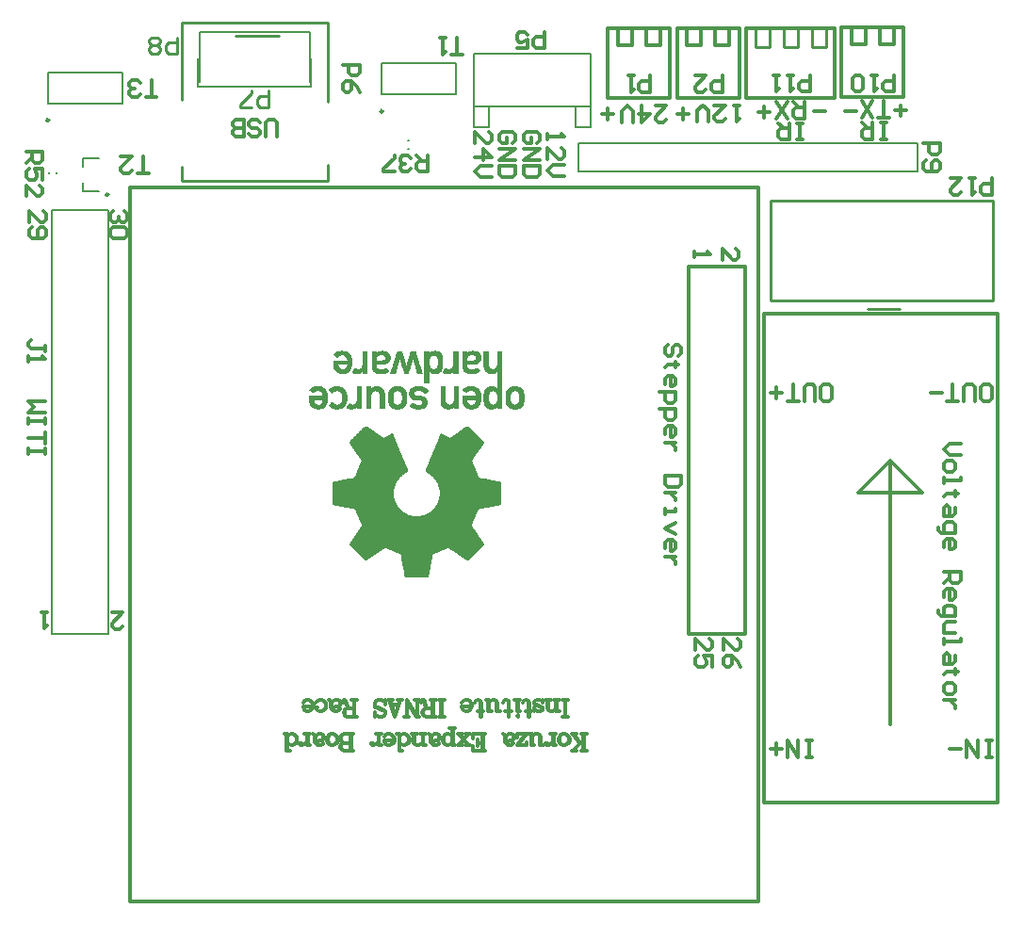
<source format=gto>
G04 Layer_Color=65535*
%FSLAX25Y25*%
%MOIN*%
G70*
G01*
G75*
%ADD32C,0.00984*%
%ADD33C,0.00100*%
%ADD34C,0.00787*%
%ADD35C,0.01181*%
%ADD36C,0.01000*%
D32*
X97539Y282441D02*
G03*
X97539Y282441I-492J0D01*
G01*
X492Y252953D02*
G03*
X492Y252953I-492J0D01*
G01*
X-20571Y279331D02*
G03*
X-20571Y279331I-492J0D01*
G01*
D33*
X85782Y129245D02*
X132882D01*
X82782Y197745D02*
X83082D01*
X96982D02*
X97282D01*
X115682D02*
X115882D01*
X128982D02*
X129382D01*
X81982Y197645D02*
X83882D01*
X90282D02*
X91782D01*
X93582D02*
X95082D01*
X96182D02*
X98082D01*
X102582D02*
X103982D01*
X107382D02*
X108782D01*
X112182D02*
X113682D01*
X115082D02*
X116582D01*
X122282D02*
X123882D01*
X125682D02*
X127182D01*
X128282D02*
X130082D01*
X133182D02*
X134682D01*
X137882D02*
X139482D01*
X81682Y197545D02*
X84282D01*
X90282D02*
X91782D01*
X93582D02*
X95082D01*
X95882D02*
X98382D01*
X102582D02*
X103982D01*
X107382D02*
X108782D01*
X112182D02*
X113682D01*
X114782D02*
X116882D01*
X122282D02*
X123882D01*
X125682D02*
X127182D01*
X127982D02*
X130482D01*
X133182D02*
X134682D01*
X137882D02*
X139482D01*
X81382Y197445D02*
X84482D01*
X90282D02*
X91782D01*
X93582D02*
X95082D01*
X95682D02*
X98582D01*
X102582D02*
X104082D01*
X107282D02*
X108782D01*
X112182D02*
X113682D01*
X114582D02*
X117082D01*
X122282D02*
X123882D01*
X125682D02*
X127182D01*
X127782D02*
X130682D01*
X133182D02*
X134682D01*
X137882D02*
X139482D01*
X81182Y197345D02*
X84682D01*
X90282D02*
X91782D01*
X93582D02*
X95082D01*
X95582D02*
X98782D01*
X102582D02*
X104082D01*
X107282D02*
X108882D01*
X112182D02*
X113682D01*
X114382D02*
X117282D01*
X122282D02*
X123882D01*
X125682D02*
X127182D01*
X127582D02*
X130882D01*
X133182D02*
X134682D01*
X137882D02*
X139482D01*
X80982Y197245D02*
X84882D01*
X90282D02*
X91782D01*
X93582D02*
X95082D01*
X95482D02*
X98982D01*
X102482D02*
X104082D01*
X107282D02*
X108882D01*
X112182D02*
X113682D01*
X114282D02*
X117382D01*
X122282D02*
X123882D01*
X125682D02*
X127182D01*
X127482D02*
X130982D01*
X133182D02*
X134682D01*
X137882D02*
X139482D01*
X80882Y197145D02*
X84982D01*
X90282D02*
X91782D01*
X93582D02*
X95082D01*
X95382D02*
X99082D01*
X102482D02*
X104182D01*
X107282D02*
X108882D01*
X112182D02*
X113682D01*
X114082D02*
X117482D01*
X122282D02*
X123882D01*
X125682D02*
X127182D01*
X127482D02*
X131182D01*
X133182D02*
X134682D01*
X137882D02*
X139482D01*
X80682Y197045D02*
X85182D01*
X90282D02*
X91782D01*
X93582D02*
X95082D01*
X95282D02*
X99182D01*
X102482D02*
X104182D01*
X107182D02*
X108982D01*
X112182D02*
X113682D01*
X113982D02*
X117582D01*
X122282D02*
X123882D01*
X125682D02*
X127182D01*
X127382D02*
X131282D01*
X133182D02*
X134682D01*
X137882D02*
X139482D01*
X80582Y196945D02*
X85282D01*
X90282D02*
X91782D01*
X93582D02*
X99282D01*
X102382D02*
X104182D01*
X107182D02*
X108982D01*
X112182D02*
X113682D01*
X113882D02*
X117682D01*
X122282D02*
X123882D01*
X125682D02*
X131382D01*
X133182D02*
X134682D01*
X137882D02*
X139482D01*
X80482Y196845D02*
X85382D01*
X90282D02*
X91782D01*
X93582D02*
X99382D01*
X102382D02*
X104282D01*
X107182D02*
X108982D01*
X112182D02*
X117782D01*
X122282D02*
X123882D01*
X125682D02*
X131482D01*
X133182D02*
X134682D01*
X137882D02*
X139482D01*
X80382Y196745D02*
X85482D01*
X90282D02*
X91782D01*
X93582D02*
X99482D01*
X102382D02*
X104282D01*
X107082D02*
X109082D01*
X112182D02*
X117882D01*
X122282D02*
X123882D01*
X125682D02*
X131582D01*
X133182D02*
X134682D01*
X137882D02*
X139482D01*
X80282Y196645D02*
X85582D01*
X90282D02*
X91782D01*
X93582D02*
X99582D01*
X102282D02*
X104282D01*
X107082D02*
X109082D01*
X112182D02*
X117982D01*
X122282D02*
X123882D01*
X125682D02*
X131582D01*
X133182D02*
X134682D01*
X137882D02*
X139482D01*
X80182Y196545D02*
X85582D01*
X90282D02*
X91782D01*
X93582D02*
X99582D01*
X102282D02*
X104282D01*
X107082D02*
X109082D01*
X112182D02*
X117982D01*
X122282D02*
X123882D01*
X125682D02*
X131682D01*
X133182D02*
X134682D01*
X137882D02*
X139482D01*
X80182Y196445D02*
X85682D01*
X90282D02*
X91782D01*
X93582D02*
X99682D01*
X102282D02*
X104382D01*
X106982D02*
X109182D01*
X112182D02*
X118082D01*
X122282D02*
X123882D01*
X125682D02*
X131682D01*
X133182D02*
X134682D01*
X137882D02*
X139482D01*
X80282Y196345D02*
X85782D01*
X90282D02*
X91782D01*
X93582D02*
X99682D01*
X102182D02*
X104382D01*
X106982D02*
X109182D01*
X112182D02*
X118182D01*
X122282D02*
X123882D01*
X125682D02*
X131782D01*
X133182D02*
X134682D01*
X137882D02*
X139482D01*
X80382Y196245D02*
X82382D01*
X83582D02*
X85782D01*
X90282D02*
X91782D01*
X93582D02*
X95882D01*
X97682D02*
X99782D01*
X102182D02*
X104382D01*
X106982D02*
X109182D01*
X112182D02*
X118182D01*
X122282D02*
X123882D01*
X125682D02*
X127982D01*
X129682D02*
X131782D01*
X133182D02*
X134682D01*
X137882D02*
X139482D01*
X80582Y196145D02*
X82082D01*
X83882D02*
X85882D01*
X90282D02*
X91782D01*
X93582D02*
X95682D01*
X97882D02*
X99782D01*
X102182D02*
X104482D01*
X106982D02*
X109282D01*
X112182D02*
X114782D01*
X115882D02*
X118182D01*
X122282D02*
X123882D01*
X125682D02*
X127682D01*
X129982D02*
X131882D01*
X133182D02*
X134682D01*
X137882D02*
X139482D01*
X80682Y196045D02*
X81882D01*
X84082D02*
X85882D01*
X90282D02*
X91782D01*
X93582D02*
X95482D01*
X98082D02*
X99782D01*
X102082D02*
X104482D01*
X106882D02*
X109282D01*
X112182D02*
X114482D01*
X116182D02*
X118282D01*
X122282D02*
X123882D01*
X125682D02*
X127582D01*
X130182D02*
X131882D01*
X133182D02*
X134682D01*
X137882D02*
X139482D01*
X80782Y195945D02*
X81682D01*
X84182D02*
X85982D01*
X90282D02*
X91782D01*
X93582D02*
X95382D01*
X98182D02*
X99882D01*
X102082D02*
X104482D01*
X106882D02*
X109282D01*
X112182D02*
X114382D01*
X116282D02*
X118282D01*
X122282D02*
X123882D01*
X125682D02*
X127482D01*
X130282D02*
X131882D01*
X133182D02*
X134682D01*
X137882D02*
X139482D01*
X80882Y195845D02*
X81582D01*
X84282D02*
X85982D01*
X90282D02*
X91782D01*
X93582D02*
X95282D01*
X98282D02*
X99882D01*
X102082D02*
X104582D01*
X106882D02*
X109282D01*
X112182D02*
X114282D01*
X116382D02*
X118282D01*
X122282D02*
X123882D01*
X125682D02*
X127382D01*
X130382D02*
X131982D01*
X133182D02*
X134682D01*
X137882D02*
X139482D01*
X80982Y195745D02*
X81382D01*
X84382D02*
X86082D01*
X90282D02*
X91782D01*
X93582D02*
X95282D01*
X98382D02*
X99882D01*
X101982D02*
X104582D01*
X106782D02*
X109382D01*
X112182D02*
X114182D01*
X116482D02*
X118382D01*
X122282D02*
X123882D01*
X125682D02*
X127382D01*
X130482D02*
X131982D01*
X133182D02*
X134682D01*
X137882D02*
X139482D01*
X81082Y195645D02*
X81282D01*
X84482D02*
X86082D01*
X90282D02*
X91782D01*
X93582D02*
X95182D01*
X98382D02*
X99882D01*
X101982D02*
X104582D01*
X106782D02*
X109382D01*
X112182D02*
X114082D01*
X116582D02*
X118382D01*
X122282D02*
X123882D01*
X125682D02*
X127282D01*
X130482D02*
X131982D01*
X133182D02*
X134682D01*
X137882D02*
X139482D01*
X84582Y195545D02*
X86182D01*
X90282D02*
X91782D01*
X93582D02*
X95182D01*
X98382D02*
X99882D01*
X101982D02*
X104582D01*
X106782D02*
X109382D01*
X112182D02*
X114082D01*
X116682D02*
X118382D01*
X122282D02*
X123882D01*
X125682D02*
X127282D01*
X130482D02*
X131982D01*
X133182D02*
X134682D01*
X137882D02*
X139482D01*
X84582Y195445D02*
X86182D01*
X90282D02*
X91782D01*
X93582D02*
X95182D01*
X98482D02*
X99882D01*
X101882D02*
X104682D01*
X106782D02*
X109482D01*
X112182D02*
X113982D01*
X116682D02*
X118382D01*
X122282D02*
X123882D01*
X125682D02*
X127282D01*
X130482D02*
X131982D01*
X133182D02*
X134682D01*
X137882D02*
X139482D01*
X84682Y195345D02*
X86182D01*
X90282D02*
X91782D01*
X93582D02*
X95182D01*
X98482D02*
X99882D01*
X101882D02*
X104682D01*
X106682D02*
X109482D01*
X112182D02*
X113882D01*
X116782D02*
X118382D01*
X122282D02*
X123882D01*
X125682D02*
X127182D01*
X130582D02*
X131982D01*
X133182D02*
X134682D01*
X137882D02*
X139482D01*
X84682Y195245D02*
X86182D01*
X90282D02*
X91782D01*
X93582D02*
X95182D01*
X98482D02*
X99882D01*
X101882D02*
X103182D01*
X103382D02*
X104682D01*
X106682D02*
X107982D01*
X108182D02*
X109482D01*
X112182D02*
X113882D01*
X116782D02*
X118382D01*
X122282D02*
X123882D01*
X125682D02*
X127182D01*
X130582D02*
X131982D01*
X133182D02*
X134682D01*
X137882D02*
X139482D01*
X84782Y195145D02*
X86282D01*
X90282D02*
X91782D01*
X93582D02*
X95182D01*
X98482D02*
X99882D01*
X101782D02*
X103182D01*
X103382D02*
X104782D01*
X106682D02*
X107982D01*
X108182D02*
X109582D01*
X112182D02*
X113882D01*
X116782D02*
X118382D01*
X122282D02*
X123882D01*
X125682D02*
X127182D01*
X130482D02*
X131982D01*
X133182D02*
X134682D01*
X137882D02*
X139482D01*
X84782Y195045D02*
X86282D01*
X90282D02*
X91782D01*
X93582D02*
X95182D01*
X98482D02*
X99882D01*
X101782D02*
X103182D01*
X103482D02*
X104782D01*
X106582D02*
X107982D01*
X108182D02*
X109582D01*
X112182D02*
X113882D01*
X116882D02*
X118382D01*
X122282D02*
X123882D01*
X125682D02*
X127182D01*
X130482D02*
X131982D01*
X133182D02*
X134682D01*
X137882D02*
X139482D01*
X84782Y194945D02*
X86282D01*
X90282D02*
X91782D01*
X93582D02*
X95082D01*
X98382D02*
X99882D01*
X101782D02*
X103182D01*
X103482D02*
X104782D01*
X106582D02*
X107882D01*
X108282D02*
X109582D01*
X112182D02*
X113782D01*
X116882D02*
X118482D01*
X122282D02*
X123882D01*
X125682D02*
X127182D01*
X130482D02*
X131982D01*
X133182D02*
X134682D01*
X137882D02*
X139482D01*
X84782Y194845D02*
X86282D01*
X90282D02*
X91782D01*
X93582D02*
X95082D01*
X98382D02*
X99882D01*
X101782D02*
X103082D01*
X103482D02*
X104882D01*
X106582D02*
X107882D01*
X108282D02*
X109682D01*
X112182D02*
X113782D01*
X116882D02*
X118482D01*
X122282D02*
X123882D01*
X125682D02*
X127182D01*
X130482D02*
X131882D01*
X133182D02*
X134682D01*
X137882D02*
X139482D01*
X84882Y194745D02*
X86282D01*
X90282D02*
X91782D01*
X93582D02*
X95082D01*
X98282D02*
X99782D01*
X101682D02*
X103082D01*
X103582D02*
X104882D01*
X106482D02*
X107882D01*
X108282D02*
X109682D01*
X112182D02*
X113782D01*
X116882D02*
X118482D01*
X122282D02*
X123882D01*
X125682D02*
X127182D01*
X130382D02*
X131882D01*
X133182D02*
X134682D01*
X137882D02*
X139482D01*
X84882Y194645D02*
X86282D01*
X90282D02*
X91782D01*
X93582D02*
X95082D01*
X98182D02*
X99782D01*
X101682D02*
X103082D01*
X103582D02*
X104882D01*
X106482D02*
X107782D01*
X108282D02*
X109682D01*
X112182D02*
X113782D01*
X116882D02*
X118482D01*
X122282D02*
X123882D01*
X125682D02*
X127182D01*
X130282D02*
X131882D01*
X133182D02*
X134682D01*
X137882D02*
X139482D01*
X84882Y194545D02*
X86382D01*
X90282D02*
X91782D01*
X93582D02*
X95082D01*
X98082D02*
X99782D01*
X101682D02*
X103082D01*
X103582D02*
X104882D01*
X106482D02*
X107782D01*
X108382D02*
X109782D01*
X112182D02*
X113782D01*
X116882D02*
X118482D01*
X122282D02*
X123882D01*
X125682D02*
X127182D01*
X130182D02*
X131882D01*
X133182D02*
X134682D01*
X137882D02*
X139482D01*
X84882Y194445D02*
X86382D01*
X90282D02*
X91782D01*
X93582D02*
X95082D01*
X97882D02*
X99782D01*
X101582D02*
X102982D01*
X103682D02*
X104982D01*
X106482D02*
X107782D01*
X108382D02*
X109782D01*
X112182D02*
X113782D01*
X116882D02*
X118482D01*
X122282D02*
X123882D01*
X125682D02*
X127182D01*
X129982D02*
X131782D01*
X133182D02*
X134682D01*
X137882D02*
X139482D01*
X84882Y194345D02*
X86382D01*
X90282D02*
X91782D01*
X93582D02*
X95182D01*
X97482D02*
X99682D01*
X101582D02*
X102982D01*
X103682D02*
X104982D01*
X106382D02*
X107682D01*
X108382D02*
X109782D01*
X112182D02*
X113782D01*
X116882D02*
X118482D01*
X122282D02*
X123882D01*
X125682D02*
X127182D01*
X129582D02*
X131782D01*
X133182D02*
X134682D01*
X137882D02*
X139482D01*
X79882Y194245D02*
X86382D01*
X90282D02*
X91782D01*
X93582D02*
X99682D01*
X101582D02*
X102982D01*
X103682D02*
X104982D01*
X106382D02*
X107682D01*
X108482D02*
X109882D01*
X112182D02*
X113782D01*
X116882D02*
X118482D01*
X122282D02*
X123882D01*
X125682D02*
X131682D01*
X133182D02*
X134682D01*
X137882D02*
X139482D01*
X79882Y194145D02*
X86382D01*
X90282D02*
X91782D01*
X93582D02*
X99582D01*
X101482D02*
X102882D01*
X103782D02*
X105082D01*
X106382D02*
X107682D01*
X108482D02*
X109882D01*
X112182D02*
X113782D01*
X116882D02*
X118482D01*
X122282D02*
X123882D01*
X125682D02*
X131682D01*
X133182D02*
X134682D01*
X137882D02*
X139482D01*
X79882Y194045D02*
X86382D01*
X90282D02*
X91782D01*
X93582D02*
X99482D01*
X101482D02*
X102882D01*
X103782D02*
X105082D01*
X106282D02*
X107582D01*
X108482D02*
X109882D01*
X112182D02*
X113782D01*
X116882D02*
X118482D01*
X122282D02*
X123882D01*
X125682D02*
X131582D01*
X133182D02*
X134682D01*
X137882D02*
X139482D01*
X79882Y193945D02*
X86382D01*
X90282D02*
X91782D01*
X93582D02*
X99482D01*
X101482D02*
X102882D01*
X103782D02*
X105082D01*
X106282D02*
X107582D01*
X108482D02*
X109982D01*
X112182D02*
X113682D01*
X116982D02*
X118482D01*
X122282D02*
X123882D01*
X125682D02*
X131482D01*
X133182D02*
X134682D01*
X137882D02*
X139482D01*
X79882Y193845D02*
X86382D01*
X90282D02*
X91782D01*
X93582D02*
X99382D01*
X101382D02*
X102882D01*
X103782D02*
X105182D01*
X106282D02*
X107582D01*
X108582D02*
X109982D01*
X112182D02*
X113682D01*
X116982D02*
X118482D01*
X122282D02*
X123882D01*
X125682D02*
X131382D01*
X133182D02*
X134682D01*
X137882D02*
X139482D01*
X79982Y193745D02*
X86382D01*
X90282D02*
X91782D01*
X93582D02*
X99282D01*
X101382D02*
X102782D01*
X103882D02*
X105182D01*
X106182D02*
X107482D01*
X108582D02*
X109982D01*
X112182D02*
X113682D01*
X116982D02*
X118482D01*
X122282D02*
X123882D01*
X125682D02*
X131382D01*
X133182D02*
X134682D01*
X137882D02*
X139482D01*
X79882Y193645D02*
X86382D01*
X90282D02*
X91782D01*
X93582D02*
X99182D01*
X101382D02*
X102782D01*
X103882D02*
X105182D01*
X106182D02*
X107482D01*
X108582D02*
X110082D01*
X112182D02*
X113682D01*
X116982D02*
X118482D01*
X122282D02*
X123882D01*
X125682D02*
X131182D01*
X133182D02*
X134682D01*
X137882D02*
X139482D01*
X79882Y193545D02*
X86382D01*
X90282D02*
X91782D01*
X93582D02*
X98982D01*
X101282D02*
X102782D01*
X103882D02*
X105182D01*
X106182D02*
X107482D01*
X108582D02*
X110082D01*
X112182D02*
X113682D01*
X116982D02*
X118482D01*
X122282D02*
X123882D01*
X125682D02*
X131082D01*
X133182D02*
X134682D01*
X137882D02*
X139482D01*
X79882Y193445D02*
X86382D01*
X90282D02*
X91782D01*
X93582D02*
X98882D01*
X101282D02*
X102782D01*
X103982D02*
X105282D01*
X106182D02*
X107382D01*
X108682D02*
X110082D01*
X112182D02*
X113782D01*
X116982D02*
X118482D01*
X122282D02*
X123882D01*
X125682D02*
X130982D01*
X133182D02*
X134682D01*
X137882D02*
X139482D01*
X79882Y193345D02*
X86382D01*
X90282D02*
X91782D01*
X93582D02*
X98682D01*
X101282D02*
X102682D01*
X103982D02*
X105282D01*
X106082D02*
X107382D01*
X108682D02*
X110082D01*
X112182D02*
X113782D01*
X116882D02*
X118482D01*
X122282D02*
X123882D01*
X125682D02*
X130782D01*
X133182D02*
X134682D01*
X137882D02*
X139482D01*
X79882Y193245D02*
X86382D01*
X90282D02*
X91782D01*
X93582D02*
X98482D01*
X101182D02*
X102682D01*
X103982D02*
X105282D01*
X106082D02*
X107382D01*
X108682D02*
X110182D01*
X112182D02*
X113782D01*
X116882D02*
X118482D01*
X122282D02*
X123882D01*
X125682D02*
X130582D01*
X133182D02*
X134682D01*
X137882D02*
X139482D01*
X79882Y193145D02*
X86382D01*
X90282D02*
X91782D01*
X93582D02*
X98082D01*
X101182D02*
X102682D01*
X104082D02*
X105382D01*
X106082D02*
X107282D01*
X108782D02*
X110182D01*
X112182D02*
X113782D01*
X116882D02*
X118482D01*
X122282D02*
X123882D01*
X125682D02*
X130182D01*
X133182D02*
X134682D01*
X137882D02*
X139482D01*
X79982Y193045D02*
X81482D01*
X84882D02*
X86382D01*
X90282D02*
X91782D01*
X93582D02*
X95182D01*
X101182D02*
X102582D01*
X104082D02*
X105382D01*
X105982D02*
X107282D01*
X108782D02*
X110182D01*
X112182D02*
X113782D01*
X116882D02*
X118482D01*
X122282D02*
X123882D01*
X125682D02*
X127282D01*
X133182D02*
X134682D01*
X137882D02*
X139482D01*
X79982Y192945D02*
X81482D01*
X84882D02*
X86382D01*
X90282D02*
X91782D01*
X93582D02*
X95082D01*
X101082D02*
X102582D01*
X104082D02*
X105382D01*
X105982D02*
X107282D01*
X108782D02*
X110282D01*
X112182D02*
X113782D01*
X116882D02*
X118482D01*
X122282D02*
X123882D01*
X125682D02*
X127182D01*
X133182D02*
X134682D01*
X137882D02*
X139482D01*
X79982Y192845D02*
X81482D01*
X84882D02*
X86282D01*
X90282D02*
X91782D01*
X93582D02*
X95082D01*
X101082D02*
X102582D01*
X104182D02*
X105482D01*
X105982D02*
X107282D01*
X108782D02*
X110282D01*
X112182D02*
X113782D01*
X116882D02*
X118482D01*
X122282D02*
X123882D01*
X125682D02*
X127182D01*
X133182D02*
X134682D01*
X137882D02*
X139482D01*
X79982Y192745D02*
X81482D01*
X84882D02*
X86282D01*
X90282D02*
X91782D01*
X93582D02*
X95082D01*
X101082D02*
X102582D01*
X104182D02*
X105482D01*
X105882D02*
X107182D01*
X108882D02*
X110282D01*
X112182D02*
X113782D01*
X116882D02*
X118482D01*
X122282D02*
X123882D01*
X125682D02*
X127182D01*
X133182D02*
X134682D01*
X137882D02*
X139482D01*
X79982Y192645D02*
X81482D01*
X84882D02*
X86282D01*
X90282D02*
X91782D01*
X93582D02*
X95082D01*
X101082D02*
X102482D01*
X104182D02*
X105482D01*
X105882D02*
X107182D01*
X108882D02*
X110382D01*
X112182D02*
X113782D01*
X116882D02*
X118482D01*
X122282D02*
X123882D01*
X125682D02*
X127182D01*
X133182D02*
X134782D01*
X137882D02*
X139482D01*
X79982Y192545D02*
X81482D01*
X84782D02*
X86282D01*
X90182D02*
X91782D01*
X93582D02*
X95082D01*
X100982D02*
X102482D01*
X104282D02*
X105482D01*
X105882D02*
X107182D01*
X108882D02*
X110382D01*
X112182D02*
X113782D01*
X116882D02*
X118482D01*
X122282D02*
X123882D01*
X125682D02*
X127182D01*
X133182D02*
X134782D01*
X137882D02*
X139482D01*
X79982Y192445D02*
X81582D01*
X84782D02*
X86282D01*
X90182D02*
X91782D01*
X93582D02*
X95082D01*
X100982D02*
X102482D01*
X104282D02*
X105582D01*
X105882D02*
X107082D01*
X108882D02*
X110382D01*
X112182D02*
X113782D01*
X116882D02*
X118382D01*
X122282D02*
X123882D01*
X125682D02*
X127182D01*
X133182D02*
X134782D01*
X137882D02*
X139482D01*
X79982Y192345D02*
X81582D01*
X84782D02*
X86282D01*
X90182D02*
X91782D01*
X93582D02*
X95082D01*
X100982D02*
X102482D01*
X104282D02*
X105582D01*
X105782D02*
X107082D01*
X108982D02*
X110482D01*
X112182D02*
X113882D01*
X116782D02*
X118382D01*
X122282D02*
X123882D01*
X125682D02*
X127182D01*
X133182D02*
X134782D01*
X137782D02*
X139482D01*
X79982Y192245D02*
X81582D01*
X84782D02*
X86182D01*
X90182D02*
X91782D01*
X93582D02*
X95082D01*
X100882D02*
X102382D01*
X104382D02*
X105582D01*
X105782D02*
X107082D01*
X108982D02*
X110482D01*
X112182D02*
X113882D01*
X116782D02*
X118382D01*
X122182D02*
X123882D01*
X125682D02*
X127182D01*
X133182D02*
X134782D01*
X137782D02*
X139482D01*
X80082Y192145D02*
X81682D01*
X84682D02*
X86182D01*
X90082D02*
X91782D01*
X93582D02*
X95082D01*
X100882D02*
X102382D01*
X104382D02*
X105682D01*
X105782D02*
X106982D01*
X108982D02*
X110482D01*
X112182D02*
X113882D01*
X116782D02*
X118382D01*
X122182D02*
X123882D01*
X125682D02*
X127182D01*
X133182D02*
X134882D01*
X137782D02*
X139482D01*
X80082Y192045D02*
X81682D01*
X84682D02*
X86182D01*
X90082D02*
X91782D01*
X93582D02*
X95182D01*
X100882D02*
X102382D01*
X104382D02*
X106982D01*
X109082D02*
X110582D01*
X112182D02*
X113982D01*
X116682D02*
X118382D01*
X122082D02*
X123882D01*
X125682D02*
X127182D01*
X133182D02*
X134882D01*
X137682D02*
X139482D01*
X80082Y191945D02*
X81782D01*
X84582D02*
X86182D01*
X89982D02*
X91782D01*
X93682D02*
X95182D01*
X100782D02*
X102282D01*
X104482D02*
X106982D01*
X109082D02*
X110582D01*
X112182D02*
X113982D01*
X116682D02*
X118382D01*
X122082D02*
X123882D01*
X125682D02*
X127182D01*
X133282D02*
X134982D01*
X137682D02*
X139482D01*
X80082Y191845D02*
X81782D01*
X84582D02*
X86082D01*
X89982D02*
X91782D01*
X93682D02*
X95182D01*
X100782D02*
X102282D01*
X104482D02*
X106882D01*
X109082D02*
X110582D01*
X112182D02*
X114082D01*
X116582D02*
X118382D01*
X121982D02*
X123882D01*
X125682D02*
X127282D01*
X133282D02*
X135082D01*
X137582D02*
X139482D01*
X80182Y191745D02*
X81882D01*
X84482D02*
X86082D01*
X89882D02*
X91782D01*
X93682D02*
X95182D01*
X100782D02*
X102282D01*
X104482D02*
X106882D01*
X109082D02*
X110682D01*
X112182D02*
X114182D01*
X116582D02*
X118382D01*
X121882D02*
X123882D01*
X125682D02*
X127282D01*
X133282D02*
X135082D01*
X137482D02*
X139482D01*
X80182Y191645D02*
X81982D01*
X84382D02*
X85982D01*
X89782D02*
X91782D01*
X93682D02*
X95282D01*
X98182D02*
X98382D01*
X100682D02*
X102282D01*
X104582D02*
X106882D01*
X109182D02*
X110682D01*
X112182D02*
X114182D01*
X116482D02*
X118282D01*
X121882D02*
X123882D01*
X125782D02*
X127382D01*
X130282D02*
X130482D01*
X133282D02*
X135182D01*
X137382D02*
X139482D01*
X80282Y191545D02*
X82082D01*
X84282D02*
X85982D01*
X87582D02*
X87782D01*
X89682D02*
X91782D01*
X93682D02*
X95282D01*
X98182D02*
X98582D01*
X100682D02*
X102182D01*
X104582D02*
X106782D01*
X109182D02*
X110682D01*
X112182D02*
X114382D01*
X116382D02*
X118282D01*
X119682D02*
X119782D01*
X121682D02*
X123882D01*
X125782D02*
X127382D01*
X130182D02*
X130582D01*
X133282D02*
X135382D01*
X137282D02*
X139482D01*
X80282Y191445D02*
X82182D01*
X84182D02*
X85882D01*
X87482D02*
X87882D01*
X89482D02*
X91782D01*
X93682D02*
X95482D01*
X98082D02*
X98682D01*
X100682D02*
X102182D01*
X104582D02*
X106782D01*
X109182D02*
X110782D01*
X112182D02*
X114482D01*
X116182D02*
X118282D01*
X119582D02*
X119982D01*
X121582D02*
X123882D01*
X125782D02*
X127482D01*
X130082D02*
X130782D01*
X133382D02*
X135482D01*
X137182D02*
X139482D01*
X80382Y191345D02*
X82382D01*
X83982D02*
X85882D01*
X87382D02*
X88082D01*
X89282D02*
X91782D01*
X93782D02*
X95582D01*
X97882D02*
X98782D01*
X100582D02*
X102182D01*
X104682D02*
X106782D01*
X109182D02*
X110782D01*
X112182D02*
X114682D01*
X115982D02*
X118282D01*
X119482D02*
X120182D01*
X121382D02*
X123882D01*
X125782D02*
X127682D01*
X129982D02*
X130882D01*
X133382D02*
X135682D01*
X136982D02*
X139482D01*
X80382Y191245D02*
X82582D01*
X83782D02*
X85782D01*
X87282D02*
X88482D01*
X88882D02*
X91782D01*
X93782D02*
X95882D01*
X97682D02*
X98982D01*
X100582D02*
X102182D01*
X104682D02*
X106682D01*
X109282D02*
X110782D01*
X112182D02*
X115182D01*
X115482D02*
X118182D01*
X119382D02*
X120582D01*
X120882D02*
X123882D01*
X125882D02*
X127982D01*
X129682D02*
X130982D01*
X133382D02*
X136082D01*
X136482D02*
X139482D01*
X80482Y191145D02*
X83082D01*
X83282D02*
X85782D01*
X87282D02*
X91782D01*
X93782D02*
X96682D01*
X96982D02*
X99082D01*
X100582D02*
X102082D01*
X104682D02*
X106682D01*
X109282D02*
X110782D01*
X112182D02*
X118182D01*
X119282D02*
X123882D01*
X125882D02*
X128782D01*
X128982D02*
X131182D01*
X133482D02*
X139482D01*
X80482Y191045D02*
X85682D01*
X87182D02*
X91782D01*
X93882D02*
X99182D01*
X100482D02*
X102082D01*
X104782D02*
X106682D01*
X109282D02*
X110882D01*
X112182D02*
X118082D01*
X119182D02*
X123882D01*
X125882D02*
X131282D01*
X133582D02*
X139482D01*
X80582Y190945D02*
X85582D01*
X87082D02*
X91782D01*
X93882D02*
X99382D01*
X100482D02*
X102082D01*
X104782D02*
X106582D01*
X109382D02*
X110882D01*
X112182D02*
X118082D01*
X119182D02*
X123882D01*
X125982D02*
X131382D01*
X133582D02*
X139482D01*
X80682Y190845D02*
X85582D01*
X86982D02*
X91782D01*
X93982D02*
X99482D01*
X100482D02*
X101982D01*
X104782D02*
X106582D01*
X109382D02*
X110882D01*
X112182D02*
X117982D01*
X119082D02*
X123882D01*
X126082D02*
X131582D01*
X133682D02*
X139482D01*
X80782Y190745D02*
X85482D01*
X86882D02*
X91782D01*
X94082D02*
X99382D01*
X100382D02*
X101982D01*
X104882D02*
X106582D01*
X109382D02*
X110982D01*
X112182D02*
X117882D01*
X118982D02*
X123882D01*
X126082D02*
X131482D01*
X133682D02*
X139482D01*
X80882Y190645D02*
X85382D01*
X86782D02*
X91782D01*
X94082D02*
X99382D01*
X100382D02*
X101982D01*
X104882D02*
X106482D01*
X109382D02*
X110982D01*
X112182D02*
X117882D01*
X118882D02*
X123882D01*
X126182D02*
X131382D01*
X133782D02*
X139482D01*
X80982Y190545D02*
X85282D01*
X86782D02*
X90082D01*
X90282D02*
X91782D01*
X94182D02*
X99282D01*
X100382D02*
X101982D01*
X104882D02*
X106482D01*
X109482D02*
X110982D01*
X112182D02*
X113682D01*
X113882D02*
X117782D01*
X118782D02*
X122182D01*
X122282D02*
X123882D01*
X126282D02*
X131382D01*
X133882D02*
X137782D01*
X137882D02*
X139482D01*
X81082Y190445D02*
X85182D01*
X86682D02*
X89982D01*
X90282D02*
X91782D01*
X94282D02*
X99182D01*
X100282D02*
X101882D01*
X104882D02*
X106482D01*
X109482D02*
X111082D01*
X112182D02*
X113682D01*
X113982D02*
X117682D01*
X118682D02*
X122082D01*
X122282D02*
X123882D01*
X126382D02*
X131182D01*
X133982D02*
X137682D01*
X137882D02*
X139482D01*
X81182Y190345D02*
X85082D01*
X86582D02*
X89882D01*
X90282D02*
X91782D01*
X94382D02*
X99082D01*
X100282D02*
X101882D01*
X104982D02*
X106382D01*
X109482D02*
X111082D01*
X112182D02*
X113682D01*
X114082D02*
X117582D01*
X118682D02*
X121982D01*
X122282D02*
X123882D01*
X126482D02*
X131082D01*
X134082D02*
X137582D01*
X137882D02*
X139482D01*
X81382Y190245D02*
X84982D01*
X86582D02*
X89782D01*
X90282D02*
X91782D01*
X94582D02*
X98882D01*
X100282D02*
X101882D01*
X104982D02*
X106382D01*
X109482D02*
X111082D01*
X112182D02*
X113682D01*
X114282D02*
X117382D01*
X118682D02*
X121882D01*
X122282D02*
X123882D01*
X126582D02*
X130982D01*
X134282D02*
X137482D01*
X137882D02*
X139482D01*
X81482Y190145D02*
X84782D01*
X86682D02*
X89582D01*
X90282D02*
X91782D01*
X94782D02*
X98782D01*
X100282D02*
X101882D01*
X104982D02*
X106382D01*
X109582D02*
X111182D01*
X112182D02*
X113682D01*
X114382D02*
X117282D01*
X118782D02*
X121682D01*
X122282D02*
X123882D01*
X126782D02*
X130782D01*
X134382D02*
X137282D01*
X137882D02*
X139482D01*
X81682Y190045D02*
X84582D01*
X86882D02*
X89482D01*
X90282D02*
X91782D01*
X94882D02*
X98582D01*
X100182D02*
X101782D01*
X105082D02*
X106282D01*
X109582D02*
X111182D01*
X112182D02*
X113682D01*
X114582D02*
X117082D01*
X118982D02*
X121482D01*
X122282D02*
X123882D01*
X126982D02*
X130682D01*
X134582D02*
X137082D01*
X137882D02*
X139482D01*
X81882Y189945D02*
X84382D01*
X87082D02*
X89282D01*
X90282D02*
X91782D01*
X95182D02*
X98382D01*
X100182D02*
X101782D01*
X105082D02*
X106282D01*
X109582D02*
X111182D01*
X112182D02*
X113682D01*
X114782D02*
X116882D01*
X119182D02*
X121382D01*
X122282D02*
X123882D01*
X127282D02*
X130382D01*
X134782D02*
X136982D01*
X137882D02*
X139482D01*
X82282Y189845D02*
X84082D01*
X87382D02*
X88982D01*
X90282D02*
X91782D01*
X95482D02*
X97982D01*
X100182D02*
X101782D01*
X105082D02*
X106282D01*
X109682D02*
X111282D01*
X112182D02*
X113682D01*
X115082D02*
X116682D01*
X119382D02*
X121082D01*
X122282D02*
X123882D01*
X127582D02*
X130082D01*
X134982D02*
X136682D01*
X137882D02*
X139482D01*
X82782Y189745D02*
X83582D01*
X87682D02*
X88482D01*
X96082D02*
X97382D01*
X112182D02*
X113682D01*
X115482D02*
X116182D01*
X119782D02*
X120582D01*
X128182D02*
X129482D01*
X135382D02*
X136182D01*
X137882D02*
X139482D01*
X112182Y189645D02*
X113682D01*
X137882D02*
X139482D01*
X112182Y189545D02*
X113682D01*
X137882D02*
X139482D01*
X112182Y189445D02*
X113682D01*
X137882D02*
X139482D01*
X112182Y189345D02*
X113682D01*
X137882D02*
X139482D01*
X112182Y189245D02*
X113682D01*
X137882D02*
X139482D01*
X112182Y189145D02*
X113682D01*
X137882D02*
X139482D01*
X112182Y189045D02*
X113682D01*
X137882D02*
X139482D01*
X112182Y188945D02*
X113682D01*
X137882D02*
X139482D01*
X112182Y188845D02*
X113682D01*
X137882D02*
X139482D01*
X112182Y188745D02*
X113682D01*
X137882D02*
X139482D01*
X112182Y188645D02*
X113682D01*
X137882D02*
X139482D01*
X112182Y188545D02*
X113682D01*
X137882D02*
X139482D01*
X112182Y188445D02*
X113682D01*
X137882D02*
X139482D01*
X112182Y188345D02*
X113682D01*
X137882D02*
X139482D01*
X112182Y188245D02*
X113682D01*
X137882D02*
X139482D01*
X112182Y188145D02*
X113682D01*
X137882D02*
X139482D01*
X112182Y188045D02*
X113682D01*
X137882D02*
X139482D01*
X112182Y187945D02*
X113682D01*
X137882D02*
X139482D01*
X112182Y187845D02*
X113682D01*
X137882D02*
X139482D01*
X112182Y187745D02*
X113682D01*
X137882D02*
X139482D01*
X112182Y187645D02*
X113682D01*
X137882D02*
X139482D01*
X112182Y187545D02*
X113682D01*
X137882D02*
X139482D01*
X112182Y187445D02*
X113682D01*
X137882D02*
X139482D01*
X112182Y187345D02*
X113682D01*
X137882D02*
X139482D01*
X112182Y187245D02*
X113682D01*
X137882D02*
X139482D01*
X112182Y187145D02*
X113682D01*
X137882D02*
X139482D01*
X112182Y187045D02*
X113682D01*
X137882D02*
X139482D01*
X112182Y186945D02*
X113682D01*
X137882D02*
X139482D01*
X112182Y186845D02*
X113682D01*
X137882D02*
X139482D01*
X112182Y186745D02*
X113682D01*
X137882D02*
X139482D01*
X112182Y186645D02*
X113682D01*
X137882D02*
X139482D01*
X137882Y186545D02*
X139482D01*
X137882Y186445D02*
X139482D01*
X137882Y186345D02*
X139482D01*
X137882Y186245D02*
X139482D01*
X137882Y186145D02*
X139482D01*
X137882Y186045D02*
X139482D01*
X137882Y185945D02*
X139482D01*
X137882Y185845D02*
X139482D01*
X137882Y185745D02*
X139482D01*
X137882Y185645D02*
X139482D01*
X137882Y185545D02*
X139482D01*
X137882Y185445D02*
X139482D01*
X137882Y185345D02*
X139482D01*
X137882Y185245D02*
X139482D01*
X73482Y185145D02*
X75082D01*
X80382D02*
X81882D01*
X94582D02*
X95882D01*
X101882D02*
X103282D01*
X109182D02*
X110882D01*
X127782D02*
X129382D01*
X135182D02*
X136482D01*
X137882D02*
X139482D01*
X143382D02*
X144782D01*
X73182Y185045D02*
X75582D01*
X79982D02*
X82182D01*
X88282D02*
X89782D01*
X91582D02*
X93182D01*
X94282D02*
X96182D01*
X101482D02*
X103682D01*
X108682D02*
X111282D01*
X117882D02*
X119382D01*
X122582D02*
X124082D01*
X127382D02*
X129782D01*
X134882D02*
X136682D01*
X137882D02*
X139482D01*
X143082D02*
X145182D01*
X72882Y184945D02*
X75782D01*
X79782D02*
X82482D01*
X88282D02*
X89782D01*
X91582D02*
X93182D01*
X94082D02*
X96382D01*
X101182D02*
X103882D01*
X108382D02*
X111582D01*
X117882D02*
X119382D01*
X122582D02*
X124082D01*
X127082D02*
X129982D01*
X134582D02*
X136982D01*
X137882D02*
X139482D01*
X142782D02*
X145482D01*
X72682Y184845D02*
X75982D01*
X79482D02*
X82682D01*
X88282D02*
X89782D01*
X91582D02*
X93182D01*
X93882D02*
X96582D01*
X100982D02*
X104182D01*
X108182D02*
X111882D01*
X117882D02*
X119382D01*
X122582D02*
X124082D01*
X126882D02*
X130282D01*
X134482D02*
X137082D01*
X137882D02*
X139482D01*
X142582D02*
X145682D01*
X72482Y184745D02*
X76182D01*
X79382D02*
X82882D01*
X88282D02*
X89782D01*
X91582D02*
X93182D01*
X93682D02*
X96782D01*
X100782D02*
X104282D01*
X107982D02*
X112082D01*
X117882D02*
X119382D01*
X122582D02*
X124082D01*
X126682D02*
X130482D01*
X134282D02*
X137282D01*
X137882D02*
X139482D01*
X142382D02*
X145882D01*
X72282Y184645D02*
X76382D01*
X79182D02*
X83082D01*
X88282D02*
X89782D01*
X91582D02*
X93182D01*
X93582D02*
X96882D01*
X100682D02*
X104482D01*
X107782D02*
X112282D01*
X117882D02*
X119382D01*
X122582D02*
X124082D01*
X126582D02*
X130582D01*
X134182D02*
X137482D01*
X137882D02*
X139482D01*
X142182D02*
X145982D01*
X72082Y184545D02*
X76482D01*
X78982D02*
X83182D01*
X88282D02*
X89782D01*
X91582D02*
X93182D01*
X93482D02*
X96982D01*
X100482D02*
X104582D01*
X107682D02*
X112482D01*
X117882D02*
X119382D01*
X122582D02*
X124082D01*
X126382D02*
X130782D01*
X134082D02*
X137582D01*
X137882D02*
X139482D01*
X142082D02*
X146182D01*
X71982Y184445D02*
X76682D01*
X78882D02*
X83382D01*
X88282D02*
X89782D01*
X91582D02*
X93182D01*
X93382D02*
X97082D01*
X100382D02*
X104682D01*
X107582D02*
X112682D01*
X117882D02*
X119382D01*
X122582D02*
X124082D01*
X126282D02*
X130882D01*
X133982D02*
X137682D01*
X137882D02*
X139482D01*
X141982D02*
X146282D01*
X71882Y184345D02*
X76682D01*
X78782D02*
X83482D01*
X88282D02*
X89782D01*
X91582D02*
X93182D01*
X93282D02*
X97182D01*
X100282D02*
X104782D01*
X107382D02*
X112782D01*
X117882D02*
X119382D01*
X122582D02*
X124082D01*
X126182D02*
X130982D01*
X133882D02*
X137782D01*
X137882D02*
X139482D01*
X141882D02*
X146382D01*
X71782Y184245D02*
X76782D01*
X78682D02*
X83582D01*
X88282D02*
X89782D01*
X91582D02*
X97282D01*
X100182D02*
X104882D01*
X107282D02*
X112982D01*
X117882D02*
X119382D01*
X122582D02*
X124082D01*
X125982D02*
X131082D01*
X133782D02*
X139482D01*
X141782D02*
X146482D01*
X71682Y184145D02*
X76882D01*
X78582D02*
X83682D01*
X88282D02*
X89782D01*
X91582D02*
X97382D01*
X100082D02*
X104982D01*
X107282D02*
X113082D01*
X117882D02*
X119382D01*
X122582D02*
X124082D01*
X125882D02*
X131182D01*
X133682D02*
X139482D01*
X141682D02*
X146582D01*
X71582Y184045D02*
X76982D01*
X78482D02*
X83782D01*
X88282D02*
X89782D01*
X91582D02*
X97482D01*
X100082D02*
X105082D01*
X107182D02*
X113182D01*
X117882D02*
X119382D01*
X122582D02*
X124082D01*
X125782D02*
X131282D01*
X133682D02*
X139482D01*
X141582D02*
X146582D01*
X71482Y183945D02*
X77082D01*
X78382D02*
X83782D01*
X88282D02*
X89782D01*
X91582D02*
X97482D01*
X99982D02*
X105182D01*
X107082D02*
X113282D01*
X117882D02*
X119382D01*
X122582D02*
X124082D01*
X125782D02*
X131282D01*
X133582D02*
X139482D01*
X141482D02*
X146682D01*
X71682Y183845D02*
X77182D01*
X78282D02*
X83882D01*
X88282D02*
X89782D01*
X91582D02*
X97582D01*
X99882D02*
X105182D01*
X106982D02*
X113482D01*
X117882D02*
X119382D01*
X122582D02*
X124082D01*
X125882D02*
X131382D01*
X133482D02*
X139482D01*
X141482D02*
X146782D01*
X71782Y183745D02*
X73882D01*
X74782D02*
X77182D01*
X78482D02*
X83982D01*
X88282D02*
X89782D01*
X91582D02*
X97582D01*
X99782D02*
X105282D01*
X106982D02*
X109382D01*
X110482D02*
X113382D01*
X117882D02*
X119382D01*
X122582D02*
X124082D01*
X125982D02*
X128182D01*
X129082D02*
X131482D01*
X133482D02*
X139482D01*
X141382D02*
X146882D01*
X71882Y183645D02*
X73582D01*
X75182D02*
X77282D01*
X78582D02*
X80582D01*
X81582D02*
X84082D01*
X88282D02*
X89782D01*
X91582D02*
X94382D01*
X95182D02*
X97682D01*
X99782D02*
X102082D01*
X102982D02*
X105382D01*
X106982D02*
X109082D01*
X110882D02*
X113282D01*
X117882D02*
X119382D01*
X122582D02*
X124082D01*
X126082D02*
X127782D01*
X129382D02*
X131482D01*
X133382D02*
X135882D01*
X136782D02*
X139482D01*
X141282D02*
X143682D01*
X144582D02*
X146882D01*
X71982Y183545D02*
X73282D01*
X75382D02*
X77282D01*
X78682D02*
X80282D01*
X81882D02*
X84082D01*
X88282D02*
X89782D01*
X91582D02*
X94082D01*
X95482D02*
X97682D01*
X99682D02*
X101882D01*
X103282D02*
X105382D01*
X106882D02*
X108782D01*
X111282D02*
X113182D01*
X117882D02*
X119382D01*
X122582D02*
X124082D01*
X126282D02*
X127582D01*
X129582D02*
X131582D01*
X133382D02*
X135582D01*
X137082D02*
X139482D01*
X141282D02*
X143382D01*
X144882D02*
X146982D01*
X72082Y183445D02*
X73182D01*
X75482D02*
X77382D01*
X78782D02*
X80082D01*
X82082D02*
X84182D01*
X88282D02*
X89782D01*
X91582D02*
X93882D01*
X95682D02*
X97682D01*
X99682D02*
X101682D01*
X103482D02*
X105482D01*
X106882D02*
X108682D01*
X111482D02*
X113082D01*
X117882D02*
X119382D01*
X122582D02*
X124082D01*
X126382D02*
X127382D01*
X129782D02*
X131582D01*
X133382D02*
X135382D01*
X137282D02*
X139482D01*
X141182D02*
X143182D01*
X144982D02*
X146982D01*
X72282Y183345D02*
X72982D01*
X75682D02*
X77382D01*
X78882D02*
X79882D01*
X82282D02*
X84182D01*
X88282D02*
X89782D01*
X91582D02*
X93682D01*
X95782D02*
X97782D01*
X99582D02*
X101482D01*
X103582D02*
X105482D01*
X106882D02*
X108582D01*
X111682D02*
X112982D01*
X117882D02*
X119382D01*
X122582D02*
X124082D01*
X126482D02*
X127182D01*
X129882D02*
X131682D01*
X133382D02*
X135282D01*
X137382D02*
X139482D01*
X141182D02*
X143082D01*
X145182D02*
X147082D01*
X72382Y183245D02*
X72882D01*
X75782D02*
X77482D01*
X78982D02*
X79782D01*
X82382D02*
X84282D01*
X88282D02*
X89782D01*
X91582D02*
X93582D01*
X95882D02*
X97782D01*
X99582D02*
X101382D01*
X103682D02*
X105482D01*
X106782D02*
X108482D01*
X111782D02*
X112882D01*
X117882D02*
X119382D01*
X122582D02*
X124082D01*
X126582D02*
X127082D01*
X129982D02*
X131682D01*
X133282D02*
X135182D01*
X137482D02*
X139482D01*
X141182D02*
X142982D01*
X145282D02*
X147082D01*
X72482Y183145D02*
X72682D01*
X75882D02*
X77482D01*
X79082D02*
X79682D01*
X82482D02*
X84282D01*
X88282D02*
X89782D01*
X91582D02*
X93582D01*
X95982D02*
X97782D01*
X99582D02*
X101282D01*
X103782D02*
X105582D01*
X106782D02*
X108382D01*
X111982D02*
X112782D01*
X117882D02*
X119382D01*
X122582D02*
X124082D01*
X126682D02*
X126982D01*
X130082D02*
X131682D01*
X133282D02*
X135082D01*
X137482D02*
X139482D01*
X141082D02*
X142882D01*
X145382D02*
X147082D01*
X75882Y183045D02*
X77482D01*
X79182D02*
X79582D01*
X82582D02*
X84382D01*
X88282D02*
X89782D01*
X91582D02*
X93482D01*
X96082D02*
X97782D01*
X99482D02*
X101182D01*
X103882D02*
X105582D01*
X106782D02*
X108382D01*
X112082D02*
X112682D01*
X117882D02*
X119382D01*
X122582D02*
X124082D01*
X130182D02*
X131782D01*
X133282D02*
X134982D01*
X137582D02*
X139482D01*
X141082D02*
X142782D01*
X145482D02*
X147182D01*
X75982Y182945D02*
X77582D01*
X79282D02*
X79482D01*
X82682D02*
X84382D01*
X88282D02*
X89782D01*
X91582D02*
X93382D01*
X96082D02*
X97882D01*
X99482D02*
X101182D01*
X103982D02*
X105582D01*
X106782D02*
X108282D01*
X112182D02*
X112582D01*
X117882D02*
X119382D01*
X122582D02*
X124082D01*
X130182D02*
X131782D01*
X133282D02*
X134982D01*
X137682D02*
X139482D01*
X141082D02*
X142682D01*
X145482D02*
X147182D01*
X75982Y182845D02*
X77582D01*
X82782D02*
X84382D01*
X88282D02*
X89782D01*
X91582D02*
X93382D01*
X96182D02*
X97882D01*
X99482D02*
X101082D01*
X103982D02*
X105682D01*
X106782D02*
X108282D01*
X112282D02*
X112482D01*
X117882D02*
X119382D01*
X122582D02*
X124082D01*
X130282D02*
X131782D01*
X133282D02*
X134882D01*
X137682D02*
X139482D01*
X140982D02*
X142682D01*
X145582D02*
X147182D01*
X76082Y182745D02*
X77582D01*
X82782D02*
X84382D01*
X88282D02*
X89782D01*
X91582D02*
X93282D01*
X96182D02*
X97882D01*
X99482D02*
X101082D01*
X104082D02*
X105682D01*
X106782D02*
X108282D01*
X117882D02*
X119382D01*
X122582D02*
X124082D01*
X130282D02*
X131882D01*
X133282D02*
X134882D01*
X137782D02*
X139482D01*
X140982D02*
X142582D01*
X145582D02*
X147182D01*
X76082Y182645D02*
X77582D01*
X82882D02*
X84482D01*
X88282D02*
X89782D01*
X91582D02*
X93282D01*
X96282D02*
X97882D01*
X99482D02*
X100982D01*
X104082D02*
X105682D01*
X106782D02*
X108282D01*
X117882D02*
X119382D01*
X122582D02*
X124082D01*
X130382D02*
X131882D01*
X133282D02*
X134882D01*
X137782D02*
X139482D01*
X140982D02*
X142582D01*
X145682D02*
X147182D01*
X76182Y182545D02*
X77682D01*
X82882D02*
X84482D01*
X88282D02*
X89782D01*
X91582D02*
X93182D01*
X96282D02*
X97882D01*
X99382D02*
X100982D01*
X104182D02*
X105682D01*
X106782D02*
X108382D01*
X117882D02*
X119382D01*
X122582D02*
X124082D01*
X130382D02*
X131882D01*
X133182D02*
X134782D01*
X137782D02*
X139482D01*
X140982D02*
X142482D01*
X145682D02*
X147282D01*
X76182Y182445D02*
X77682D01*
X82882D02*
X84482D01*
X88282D02*
X89782D01*
X91582D02*
X93182D01*
X96282D02*
X97882D01*
X99382D02*
X100982D01*
X104182D02*
X105682D01*
X106782D02*
X108382D01*
X117882D02*
X119382D01*
X122582D02*
X124082D01*
X130382D02*
X131882D01*
X133182D02*
X134782D01*
X137782D02*
X139482D01*
X140982D02*
X142482D01*
X145682D02*
X147282D01*
X76182Y182345D02*
X77682D01*
X82982D02*
X84482D01*
X88282D02*
X89782D01*
X91582D02*
X93182D01*
X96282D02*
X97882D01*
X99382D02*
X100882D01*
X104182D02*
X105782D01*
X106782D02*
X108382D01*
X117882D02*
X119382D01*
X122582D02*
X124082D01*
X130482D02*
X131982D01*
X133182D02*
X134782D01*
X137882D02*
X139482D01*
X140982D02*
X142482D01*
X145782D02*
X147282D01*
X76182Y182245D02*
X77682D01*
X82982D02*
X84582D01*
X88282D02*
X89782D01*
X91582D02*
X93182D01*
X96382D02*
X97882D01*
X99382D02*
X100882D01*
X104182D02*
X105782D01*
X106782D02*
X108482D01*
X117882D02*
X119382D01*
X122582D02*
X124082D01*
X130482D02*
X131982D01*
X133182D02*
X134782D01*
X137882D02*
X139482D01*
X140882D02*
X142482D01*
X145782D02*
X147282D01*
X76282Y182145D02*
X77682D01*
X82982D02*
X84582D01*
X88282D02*
X89782D01*
X91582D02*
X93182D01*
X96382D02*
X97882D01*
X99382D02*
X100882D01*
X104182D02*
X105782D01*
X106882D02*
X108582D01*
X117882D02*
X119382D01*
X122582D02*
X124082D01*
X130482D02*
X131982D01*
X133182D02*
X134782D01*
X137882D02*
X139482D01*
X140882D02*
X142482D01*
X145782D02*
X147282D01*
X76282Y182045D02*
X77682D01*
X82982D02*
X84582D01*
X88282D02*
X89782D01*
X91582D02*
X93182D01*
X96382D02*
X97882D01*
X99382D02*
X100882D01*
X104282D02*
X105782D01*
X106882D02*
X108782D01*
X117882D02*
X119382D01*
X122582D02*
X124082D01*
X130482D02*
X131982D01*
X133182D02*
X134782D01*
X137882D02*
X139482D01*
X140882D02*
X142482D01*
X145782D02*
X147282D01*
X76282Y181945D02*
X77682D01*
X83082D02*
X84582D01*
X88282D02*
X89782D01*
X91582D02*
X93182D01*
X96382D02*
X97882D01*
X99382D02*
X100882D01*
X104282D02*
X105782D01*
X106882D02*
X109182D01*
X117882D02*
X119382D01*
X122582D02*
X124082D01*
X130482D02*
X131982D01*
X133182D02*
X134682D01*
X137882D02*
X139482D01*
X140882D02*
X142382D01*
X145782D02*
X147282D01*
X76282Y181845D02*
X77782D01*
X83082D02*
X84582D01*
X88282D02*
X89782D01*
X91582D02*
X93182D01*
X96382D02*
X97882D01*
X99382D02*
X100882D01*
X104282D02*
X105782D01*
X106982D02*
X110182D01*
X117882D02*
X119382D01*
X122582D02*
X124082D01*
X130482D02*
X131982D01*
X133182D02*
X134682D01*
X137882D02*
X139482D01*
X140882D02*
X142382D01*
X145782D02*
X147282D01*
X71282Y181745D02*
X77782D01*
X83082D02*
X84582D01*
X88282D02*
X89782D01*
X91582D02*
X93182D01*
X96382D02*
X97882D01*
X99382D02*
X100882D01*
X104282D02*
X105782D01*
X106982D02*
X111082D01*
X117882D02*
X119382D01*
X122582D02*
X124082D01*
X125582D02*
X131982D01*
X133182D02*
X134682D01*
X137882D02*
X139482D01*
X140882D02*
X142382D01*
X145782D02*
X147282D01*
X71282Y181645D02*
X77782D01*
X83082D02*
X84582D01*
X88282D02*
X89782D01*
X91582D02*
X93182D01*
X96382D02*
X97882D01*
X99382D02*
X100882D01*
X104282D02*
X105782D01*
X106982D02*
X111482D01*
X117882D02*
X119382D01*
X122582D02*
X124082D01*
X125582D02*
X131982D01*
X133182D02*
X134682D01*
X137882D02*
X139482D01*
X140882D02*
X142382D01*
X145782D02*
X147282D01*
X71282Y181545D02*
X77782D01*
X83082D02*
X84582D01*
X88282D02*
X89782D01*
X91582D02*
X93182D01*
X96382D02*
X97882D01*
X99382D02*
X100882D01*
X104282D02*
X105782D01*
X107082D02*
X111682D01*
X117882D02*
X119382D01*
X122582D02*
X124082D01*
X125582D02*
X131982D01*
X133182D02*
X134682D01*
X137882D02*
X139482D01*
X140882D02*
X142382D01*
X145782D02*
X147282D01*
X71282Y181445D02*
X77782D01*
X83082D02*
X84582D01*
X88282D02*
X89782D01*
X91582D02*
X93182D01*
X96382D02*
X97882D01*
X99382D02*
X100882D01*
X104282D02*
X105782D01*
X107182D02*
X111882D01*
X117882D02*
X119382D01*
X122582D02*
X124082D01*
X125582D02*
X131982D01*
X133182D02*
X134682D01*
X137882D02*
X139482D01*
X140882D02*
X142382D01*
X145782D02*
X147382D01*
X71282Y181345D02*
X77782D01*
X83082D02*
X84582D01*
X88282D02*
X89782D01*
X91582D02*
X93182D01*
X96382D02*
X97882D01*
X99282D02*
X100882D01*
X104282D02*
X105782D01*
X107182D02*
X112082D01*
X117882D02*
X119382D01*
X122582D02*
X124082D01*
X125582D02*
X131982D01*
X133182D02*
X134682D01*
X137882D02*
X139482D01*
X140882D02*
X142382D01*
X145782D02*
X147382D01*
X71282Y181245D02*
X77782D01*
X83082D02*
X84682D01*
X88282D02*
X89782D01*
X91582D02*
X93182D01*
X96382D02*
X97882D01*
X99282D02*
X100882D01*
X104282D02*
X105782D01*
X107282D02*
X112182D01*
X117882D02*
X119382D01*
X122582D02*
X124082D01*
X125582D02*
X131982D01*
X133182D02*
X134682D01*
X137882D02*
X139482D01*
X140882D02*
X142382D01*
X145782D02*
X147382D01*
X71282Y181145D02*
X77782D01*
X83082D02*
X84682D01*
X88282D02*
X89782D01*
X91582D02*
X93182D01*
X96382D02*
X97882D01*
X99282D02*
X100882D01*
X104282D02*
X105782D01*
X107382D02*
X112282D01*
X117882D02*
X119382D01*
X122582D02*
X124082D01*
X125582D02*
X131982D01*
X133182D02*
X134682D01*
X137882D02*
X139482D01*
X140882D02*
X142382D01*
X145782D02*
X147382D01*
X71282Y181045D02*
X77782D01*
X83082D02*
X84582D01*
X88282D02*
X89782D01*
X91582D02*
X93182D01*
X96382D02*
X97882D01*
X99282D02*
X100882D01*
X104282D02*
X105782D01*
X107482D02*
X112382D01*
X117882D02*
X119382D01*
X122582D02*
X124082D01*
X125582D02*
X131982D01*
X133182D02*
X134682D01*
X137882D02*
X139482D01*
X140882D02*
X142382D01*
X145782D02*
X147382D01*
X71282Y180945D02*
X77782D01*
X83082D02*
X84582D01*
X88282D02*
X89782D01*
X91582D02*
X93182D01*
X96382D02*
X97882D01*
X99382D02*
X100882D01*
X104282D02*
X105782D01*
X107582D02*
X112482D01*
X117882D02*
X119382D01*
X122582D02*
X124082D01*
X125582D02*
X131982D01*
X133182D02*
X134682D01*
X137882D02*
X139482D01*
X140882D02*
X142382D01*
X145782D02*
X147382D01*
X71282Y180845D02*
X77782D01*
X83082D02*
X84582D01*
X88282D02*
X89782D01*
X91582D02*
X93182D01*
X96382D02*
X97882D01*
X99382D02*
X100882D01*
X104282D02*
X105782D01*
X107782D02*
X112582D01*
X117882D02*
X119382D01*
X122582D02*
X124082D01*
X125582D02*
X131982D01*
X133182D02*
X134682D01*
X137882D02*
X139482D01*
X140882D02*
X142382D01*
X145782D02*
X147282D01*
X71282Y180745D02*
X77782D01*
X83082D02*
X84582D01*
X88282D02*
X89782D01*
X91582D02*
X93182D01*
X96382D02*
X97882D01*
X99382D02*
X100882D01*
X104282D02*
X105782D01*
X107982D02*
X112682D01*
X117882D02*
X119382D01*
X122582D02*
X124082D01*
X125582D02*
X131982D01*
X133182D02*
X134682D01*
X137882D02*
X139482D01*
X140882D02*
X142382D01*
X145782D02*
X147282D01*
X71282Y180645D02*
X77782D01*
X83082D02*
X84582D01*
X88282D02*
X89782D01*
X91582D02*
X93182D01*
X96382D02*
X97882D01*
X99382D02*
X100882D01*
X104282D02*
X105782D01*
X108182D02*
X112682D01*
X117882D02*
X119382D01*
X122582D02*
X124082D01*
X125582D02*
X131982D01*
X133182D02*
X134682D01*
X137882D02*
X139482D01*
X140882D02*
X142382D01*
X145782D02*
X147282D01*
X71282Y180545D02*
X77782D01*
X83082D02*
X84582D01*
X88282D02*
X89782D01*
X91582D02*
X93182D01*
X96382D02*
X97882D01*
X99382D02*
X100882D01*
X104282D02*
X105782D01*
X108582D02*
X112782D01*
X117882D02*
X119382D01*
X122582D02*
X124082D01*
X125582D02*
X131982D01*
X133182D02*
X134682D01*
X137882D02*
X139482D01*
X140882D02*
X142382D01*
X145782D02*
X147282D01*
X71282Y180445D02*
X72882D01*
X76282D02*
X77682D01*
X83082D02*
X84582D01*
X88282D02*
X89782D01*
X91582D02*
X93182D01*
X96382D02*
X97882D01*
X99382D02*
X100882D01*
X104282D02*
X105782D01*
X109482D02*
X112782D01*
X117882D02*
X119382D01*
X122582D02*
X124082D01*
X125582D02*
X127082D01*
X130482D02*
X131982D01*
X133182D02*
X134682D01*
X137882D02*
X139482D01*
X140882D02*
X142382D01*
X145782D02*
X147282D01*
X71382Y180345D02*
X72882D01*
X76282D02*
X77682D01*
X82982D02*
X84582D01*
X88282D02*
X89782D01*
X91582D02*
X93182D01*
X96382D02*
X97882D01*
X99382D02*
X100882D01*
X104282D02*
X105782D01*
X110582D02*
X112782D01*
X117882D02*
X119382D01*
X122582D02*
X124082D01*
X125582D02*
X127082D01*
X130482D02*
X131982D01*
X133182D02*
X134782D01*
X137882D02*
X139482D01*
X140882D02*
X142482D01*
X145782D02*
X147282D01*
X71382Y180245D02*
X72882D01*
X76282D02*
X77682D01*
X82982D02*
X84582D01*
X88282D02*
X89782D01*
X91582D02*
X93182D01*
X96382D02*
X97882D01*
X99382D02*
X100882D01*
X104182D02*
X105782D01*
X110882D02*
X112882D01*
X117882D02*
X119382D01*
X122582D02*
X124082D01*
X125582D02*
X127082D01*
X130482D02*
X131982D01*
X133182D02*
X134782D01*
X137882D02*
X139482D01*
X140882D02*
X142482D01*
X145782D02*
X147282D01*
X71382Y180145D02*
X72882D01*
X76182D02*
X77682D01*
X82982D02*
X84582D01*
X88282D02*
X89782D01*
X91582D02*
X93182D01*
X96382D02*
X97882D01*
X99382D02*
X100882D01*
X104182D02*
X105782D01*
X111082D02*
X112882D01*
X117882D02*
X119382D01*
X122582D02*
X124082D01*
X125582D02*
X127082D01*
X130482D02*
X131982D01*
X133182D02*
X134782D01*
X137882D02*
X139482D01*
X140882D02*
X142482D01*
X145782D02*
X147282D01*
X71382Y180045D02*
X72882D01*
X76182D02*
X77682D01*
X82982D02*
X84482D01*
X88282D02*
X89782D01*
X91582D02*
X93182D01*
X96382D02*
X97882D01*
X99382D02*
X100882D01*
X104182D02*
X105782D01*
X111282D02*
X112882D01*
X117882D02*
X119382D01*
X122582D02*
X124082D01*
X125582D02*
X127182D01*
X130482D02*
X131882D01*
X133182D02*
X134782D01*
X137882D02*
X139482D01*
X140982D02*
X142482D01*
X145782D02*
X147282D01*
X71382Y179945D02*
X72882D01*
X76182D02*
X77682D01*
X82882D02*
X84482D01*
X88282D02*
X89782D01*
X91582D02*
X93182D01*
X96382D02*
X97882D01*
X99382D02*
X100982D01*
X104182D02*
X105682D01*
X111282D02*
X112882D01*
X117882D02*
X119482D01*
X122582D02*
X124082D01*
X125582D02*
X127182D01*
X130482D02*
X131882D01*
X133182D02*
X134782D01*
X137782D02*
X139482D01*
X140982D02*
X142482D01*
X145682D02*
X147282D01*
X71382Y179845D02*
X72982D01*
X76182D02*
X77582D01*
X82882D02*
X84482D01*
X88182D02*
X89782D01*
X91582D02*
X93182D01*
X96382D02*
X97882D01*
X99382D02*
X100982D01*
X104182D02*
X105682D01*
X111382D02*
X112982D01*
X117882D02*
X119482D01*
X122482D02*
X124082D01*
X125582D02*
X127182D01*
X130382D02*
X131882D01*
X133182D02*
X134782D01*
X137782D02*
X139482D01*
X140982D02*
X142482D01*
X145682D02*
X147282D01*
X71382Y179745D02*
X72982D01*
X76182D02*
X77582D01*
X82882D02*
X84482D01*
X88182D02*
X89782D01*
X91582D02*
X93182D01*
X96382D02*
X97882D01*
X99482D02*
X100982D01*
X104082D02*
X105682D01*
X111382D02*
X112982D01*
X117882D02*
X119482D01*
X122482D02*
X124082D01*
X125682D02*
X127182D01*
X130382D02*
X131882D01*
X133282D02*
X134882D01*
X137782D02*
X139482D01*
X140982D02*
X142582D01*
X145682D02*
X147182D01*
X71382Y179645D02*
X72982D01*
X76082D02*
X77582D01*
X82782D02*
X84382D01*
X88182D02*
X89782D01*
X91582D02*
X93182D01*
X96382D02*
X97882D01*
X99482D02*
X101082D01*
X104082D02*
X105682D01*
X111382D02*
X112982D01*
X117882D02*
X119582D01*
X122482D02*
X124082D01*
X125682D02*
X127282D01*
X130382D02*
X131782D01*
X133282D02*
X134882D01*
X137682D02*
X139482D01*
X140982D02*
X142582D01*
X145582D02*
X147182D01*
X71482Y179545D02*
X73082D01*
X76082D02*
X77582D01*
X82782D02*
X84382D01*
X88082D02*
X89782D01*
X91582D02*
X93182D01*
X96382D02*
X97882D01*
X99482D02*
X101082D01*
X103982D02*
X105682D01*
X111382D02*
X112982D01*
X117882D02*
X119582D01*
X122382D02*
X124082D01*
X125682D02*
X127282D01*
X130282D02*
X131782D01*
X133282D02*
X134882D01*
X137682D02*
X139482D01*
X140982D02*
X142682D01*
X145582D02*
X147182D01*
X71482Y179445D02*
X73082D01*
X75982D02*
X77482D01*
X79282D02*
X79482D01*
X82682D02*
X84382D01*
X88082D02*
X89782D01*
X91582D02*
X93182D01*
X96382D02*
X97882D01*
X99482D02*
X101182D01*
X103982D02*
X105582D01*
X111382D02*
X112982D01*
X117882D02*
X119682D01*
X122382D02*
X124082D01*
X125682D02*
X127382D01*
X130282D02*
X131782D01*
X133282D02*
X134982D01*
X137682D02*
X139482D01*
X141082D02*
X142682D01*
X145482D02*
X147182D01*
X71482Y179345D02*
X73182D01*
X75982D02*
X77482D01*
X79182D02*
X79582D01*
X82582D02*
X84282D01*
X87982D02*
X89782D01*
X91582D02*
X93182D01*
X96382D02*
X97882D01*
X99482D02*
X101182D01*
X103882D02*
X105582D01*
X111382D02*
X112982D01*
X117882D02*
X119682D01*
X122282D02*
X124082D01*
X125782D02*
X127382D01*
X130182D02*
X131782D01*
X133282D02*
X134982D01*
X137582D02*
X139482D01*
X141082D02*
X142782D01*
X145482D02*
X147182D01*
X71582Y179245D02*
X73282D01*
X75882D02*
X77482D01*
X79082D02*
X79682D01*
X82482D02*
X84282D01*
X87882D02*
X89782D01*
X91582D02*
X93182D01*
X96382D02*
X97882D01*
X99582D02*
X101282D01*
X103782D02*
X105582D01*
X107882D02*
X108082D01*
X111382D02*
X112882D01*
X117882D02*
X119782D01*
X122182D02*
X124082D01*
X125782D02*
X127482D01*
X130082D02*
X131682D01*
X133282D02*
X135082D01*
X137482D02*
X139482D01*
X141082D02*
X142882D01*
X145382D02*
X147082D01*
X71582Y179145D02*
X73282D01*
X75782D02*
X77382D01*
X78982D02*
X79782D01*
X82382D02*
X84282D01*
X87782D02*
X89782D01*
X91582D02*
X93182D01*
X96382D02*
X97882D01*
X99582D02*
X101382D01*
X103682D02*
X105482D01*
X107782D02*
X108182D01*
X111282D02*
X112882D01*
X117982D02*
X119882D01*
X122082D02*
X124082D01*
X125782D02*
X127582D01*
X130082D02*
X131682D01*
X133282D02*
X135182D01*
X137482D02*
X139482D01*
X141182D02*
X142982D01*
X145282D02*
X147082D01*
X71582Y179045D02*
X73382D01*
X75682D02*
X77382D01*
X78882D02*
X79882D01*
X82282D02*
X84182D01*
X85582D02*
X85682D01*
X87682D02*
X89782D01*
X91582D02*
X93182D01*
X96382D02*
X97882D01*
X99582D02*
X101482D01*
X103582D02*
X105482D01*
X107682D02*
X108382D01*
X111282D02*
X112882D01*
X117982D02*
X119982D01*
X121982D02*
X124082D01*
X125882D02*
X127682D01*
X129982D02*
X131582D01*
X133382D02*
X135282D01*
X137382D02*
X139482D01*
X141182D02*
X143082D01*
X145182D02*
X147082D01*
X71682Y178945D02*
X73482D01*
X75582D02*
X77282D01*
X78782D02*
X80082D01*
X82082D02*
X84182D01*
X85582D02*
X85882D01*
X87582D02*
X89782D01*
X91582D02*
X93182D01*
X96382D02*
X97882D01*
X99682D02*
X101682D01*
X103482D02*
X105482D01*
X107582D02*
X108582D01*
X111182D02*
X112882D01*
X117982D02*
X120082D01*
X121882D02*
X124082D01*
X125882D02*
X127782D01*
X129782D02*
X131582D01*
X133382D02*
X135382D01*
X137182D02*
X139482D01*
X141182D02*
X143182D01*
X144982D02*
X146982D01*
X71682Y178845D02*
X73682D01*
X75482D02*
X77282D01*
X78682D02*
X80282D01*
X81882D02*
X84082D01*
X85482D02*
X86082D01*
X87382D02*
X89782D01*
X91582D02*
X93182D01*
X96382D02*
X97882D01*
X99682D02*
X101882D01*
X103282D02*
X105382D01*
X107482D02*
X108782D01*
X111082D02*
X112882D01*
X118082D02*
X120282D01*
X121682D02*
X124082D01*
X125982D02*
X127882D01*
X129682D02*
X131482D01*
X133382D02*
X135582D01*
X136982D02*
X139482D01*
X141282D02*
X143382D01*
X144782D02*
X146982D01*
X71782Y178745D02*
X73882D01*
X75282D02*
X77282D01*
X78582D02*
X80582D01*
X81582D02*
X84082D01*
X85382D02*
X86282D01*
X87082D02*
X89782D01*
X91582D02*
X93182D01*
X96382D02*
X97882D01*
X99782D02*
X102182D01*
X102982D02*
X105382D01*
X107382D02*
X109082D01*
X110882D02*
X112782D01*
X118082D02*
X120582D01*
X121382D02*
X124082D01*
X125982D02*
X128082D01*
X129482D02*
X131482D01*
X133382D02*
X135882D01*
X136782D02*
X139482D01*
X141282D02*
X143682D01*
X144482D02*
X146882D01*
X71782Y178645D02*
X74182D01*
X74982D02*
X77182D01*
X78482D02*
X83982D01*
X85282D02*
X89782D01*
X91582D02*
X93182D01*
X96382D02*
X97882D01*
X99782D02*
X105282D01*
X107382D02*
X109582D01*
X110382D02*
X112782D01*
X118182D02*
X124082D01*
X126082D02*
X128382D01*
X129182D02*
X131382D01*
X133482D02*
X139482D01*
X141382D02*
X146882D01*
X71882Y178545D02*
X77082D01*
X78282D02*
X83882D01*
X85182D02*
X89782D01*
X91582D02*
X93182D01*
X96382D02*
X97882D01*
X99882D02*
X105182D01*
X107282D02*
X112782D01*
X118182D02*
X124082D01*
X126082D02*
X131382D01*
X133482D02*
X139482D01*
X141482D02*
X146782D01*
X71982Y178445D02*
X77082D01*
X78382D02*
X83782D01*
X85082D02*
X89782D01*
X91582D02*
X93182D01*
X96382D02*
X97882D01*
X99982D02*
X105182D01*
X107182D02*
X112682D01*
X118282D02*
X124082D01*
X126182D02*
X131282D01*
X133582D02*
X139482D01*
X141482D02*
X146682D01*
X72082Y178345D02*
X76982D01*
X78482D02*
X83782D01*
X85082D02*
X89782D01*
X91582D02*
X93182D01*
X96382D02*
X97882D01*
X100082D02*
X105082D01*
X107082D02*
X112582D01*
X118282D02*
X124082D01*
X126282D02*
X131182D01*
X133682D02*
X139482D01*
X141582D02*
X146582D01*
X72182Y178245D02*
X76882D01*
X78582D02*
X83682D01*
X84982D02*
X89782D01*
X91582D02*
X93182D01*
X96382D02*
X97882D01*
X100082D02*
X104982D01*
X106982D02*
X112582D01*
X118382D02*
X124082D01*
X126382D02*
X131182D01*
X133682D02*
X139482D01*
X141682D02*
X146582D01*
X72182Y178145D02*
X76782D01*
X78682D02*
X83582D01*
X84882D02*
X89782D01*
X91582D02*
X93182D01*
X96382D02*
X97882D01*
X100182D02*
X104882D01*
X107082D02*
X112482D01*
X118482D02*
X124082D01*
X126482D02*
X131082D01*
X133782D02*
X139482D01*
X141782D02*
X146482D01*
X72282Y178045D02*
X76782D01*
X78782D02*
X83482D01*
X84782D02*
X88082D01*
X88282D02*
X89782D01*
X91582D02*
X93182D01*
X96382D02*
X97882D01*
X100282D02*
X104782D01*
X107182D02*
X112382D01*
X118582D02*
X122482D01*
X122582D02*
X124082D01*
X126582D02*
X130982D01*
X133882D02*
X137782D01*
X137882D02*
X139482D01*
X141882D02*
X146382D01*
X72482Y177945D02*
X76582D01*
X78882D02*
X83382D01*
X84682D02*
X87982D01*
X88282D02*
X89782D01*
X91582D02*
X93182D01*
X96382D02*
X97882D01*
X100382D02*
X104682D01*
X107382D02*
X112282D01*
X118682D02*
X122382D01*
X122582D02*
X124082D01*
X126682D02*
X130882D01*
X133982D02*
X137682D01*
X137882D02*
X139482D01*
X141982D02*
X146282D01*
X72582Y177845D02*
X76482D01*
X79082D02*
X83182D01*
X84582D02*
X87882D01*
X88282D02*
X89782D01*
X91582D02*
X93182D01*
X96382D02*
X97882D01*
X100482D02*
X104582D01*
X107482D02*
X112182D01*
X118682D02*
X122282D01*
X122582D02*
X124082D01*
X126782D02*
X130782D01*
X134082D02*
X137582D01*
X137882D02*
X139482D01*
X142082D02*
X146182D01*
X72682Y177745D02*
X76382D01*
X79182D02*
X83082D01*
X84582D02*
X87782D01*
X88282D02*
X89782D01*
X91582D02*
X93182D01*
X96382D02*
X97882D01*
X100682D02*
X104482D01*
X107682D02*
X112082D01*
X118882D02*
X122182D01*
X122582D02*
X124082D01*
X126982D02*
X130582D01*
X134182D02*
X137482D01*
X137882D02*
X139482D01*
X142182D02*
X145982D01*
X72882Y177645D02*
X76282D01*
X79382D02*
X82882D01*
X84682D02*
X87682D01*
X88282D02*
X89782D01*
X91582D02*
X93182D01*
X96382D02*
X97882D01*
X100782D02*
X104282D01*
X107882D02*
X111882D01*
X118982D02*
X121982D01*
X122582D02*
X124082D01*
X127082D02*
X130482D01*
X134282D02*
X137382D01*
X137882D02*
X139482D01*
X142382D02*
X145882D01*
X73082Y177545D02*
X76082D01*
X79482D02*
X82682D01*
X84882D02*
X87482D01*
X88282D02*
X89782D01*
X91582D02*
X93182D01*
X96382D02*
X97882D01*
X100982D02*
X104082D01*
X108082D02*
X111782D01*
X119182D02*
X121882D01*
X122582D02*
X124082D01*
X127282D02*
X130282D01*
X134482D02*
X137182D01*
X137882D02*
X139482D01*
X142582D02*
X145682D01*
X73282Y177445D02*
X75882D01*
X79782D02*
X82482D01*
X85082D02*
X87382D01*
X88282D02*
X89782D01*
X91582D02*
X93182D01*
X96382D02*
X97882D01*
X101182D02*
X103882D01*
X108382D02*
X111482D01*
X119382D02*
X121682D01*
X122582D02*
X124082D01*
X127482D02*
X130082D01*
X134682D02*
X136982D01*
X137882D02*
X139482D01*
X142782D02*
X145482D01*
X73482Y177345D02*
X75582D01*
X80082D02*
X82182D01*
X85282D02*
X87082D01*
X88282D02*
X89782D01*
X91582D02*
X93182D01*
X96382D02*
X97882D01*
X101482D02*
X103582D01*
X108682D02*
X111282D01*
X119582D02*
X121482D01*
X122582D02*
X124082D01*
X127782D02*
X129882D01*
X134882D02*
X136682D01*
X137882D02*
X139482D01*
X143082D02*
X145182D01*
X73882Y177245D02*
X75182D01*
X80382D02*
X81782D01*
X85582D02*
X86782D01*
X101782D02*
X103282D01*
X109082D02*
X110782D01*
X119882D02*
X121082D01*
X128082D02*
X129482D01*
X135182D02*
X136482D01*
X143382D02*
X144882D01*
X91182Y170945D02*
X91582D01*
X127082D02*
X127482D01*
X90982Y170845D02*
X91682D01*
X126982D02*
X127682D01*
X90882Y170745D02*
X91882D01*
X126782D02*
X127782D01*
X90782Y170645D02*
X91982D01*
X126682D02*
X127882D01*
X90682Y170545D02*
X92182D01*
X126482D02*
X127982D01*
X90582Y170445D02*
X92282D01*
X126382D02*
X128082D01*
X90482Y170345D02*
X92482D01*
X126182D02*
X128182D01*
X90382Y170245D02*
X92582D01*
X126082D02*
X128282D01*
X90282Y170145D02*
X92782D01*
X125882D02*
X128382D01*
X90182Y170045D02*
X92882D01*
X125782D02*
X128482D01*
X90082Y169945D02*
X93082D01*
X125582D02*
X128582D01*
X89982Y169845D02*
X93182D01*
X125482D02*
X128682D01*
X89882Y169745D02*
X93282D01*
X125382D02*
X128782D01*
X89782Y169645D02*
X93482D01*
X125182D02*
X128882D01*
X89682Y169545D02*
X93582D01*
X125082D02*
X128982D01*
X89582Y169445D02*
X93782D01*
X124882D02*
X129082D01*
X89482Y169345D02*
X93882D01*
X124782D02*
X129182D01*
X89382Y169245D02*
X94082D01*
X124582D02*
X129282D01*
X89282Y169145D02*
X94182D01*
X124482D02*
X129382D01*
X89182Y169045D02*
X94382D01*
X124282D02*
X129482D01*
X89082Y168945D02*
X94482D01*
X124182D02*
X129582D01*
X88982Y168845D02*
X94682D01*
X123982D02*
X129682D01*
X88882Y168745D02*
X94782D01*
X123882D02*
X129782D01*
X88782Y168645D02*
X94882D01*
X123782D02*
X129882D01*
X88682Y168545D02*
X95082D01*
X123582D02*
X129982D01*
X88582Y168445D02*
X95182D01*
X123482D02*
X130082D01*
X88482Y168345D02*
X95382D01*
X100482D02*
X100682D01*
X117982D02*
X118182D01*
X123282D02*
X130182D01*
X88382Y168245D02*
X95482D01*
X100282D02*
X100782D01*
X117882D02*
X118382D01*
X123182D02*
X130282D01*
X88282Y168145D02*
X95682D01*
X100082D02*
X100782D01*
X117882D02*
X118582D01*
X122982D02*
X130382D01*
X88182Y168045D02*
X95782D01*
X99882D02*
X100882D01*
X117782D02*
X118782D01*
X122882D02*
X130482D01*
X88082Y167945D02*
X95982D01*
X99682D02*
X100882D01*
X117782D02*
X118982D01*
X122682D02*
X130582D01*
X87982Y167845D02*
X96082D01*
X99482D02*
X100982D01*
X117682D02*
X119182D01*
X122582D02*
X130682D01*
X87882Y167745D02*
X96282D01*
X99282D02*
X100982D01*
X117682D02*
X119382D01*
X122382D02*
X130782D01*
X87782Y167645D02*
X96382D01*
X99082D02*
X101082D01*
X117582D02*
X119582D01*
X122282D02*
X130882D01*
X87682Y167545D02*
X96482D01*
X98882D02*
X101082D01*
X117582D02*
X119782D01*
X122182D02*
X130982D01*
X87582Y167445D02*
X96682D01*
X98782D02*
X101082D01*
X117582D02*
X119882D01*
X121982D02*
X131082D01*
X87482Y167345D02*
X96782D01*
X98582D02*
X101182D01*
X117482D02*
X120082D01*
X121882D02*
X131182D01*
X87382Y167245D02*
X96982D01*
X98382D02*
X101182D01*
X117482D02*
X120282D01*
X121682D02*
X131282D01*
X87282Y167145D02*
X97082D01*
X98182D02*
X101282D01*
X117382D02*
X120482D01*
X121582D02*
X131382D01*
X87182Y167045D02*
X97282D01*
X97982D02*
X101282D01*
X117382D02*
X120682D01*
X121382D02*
X131482D01*
X87082Y166945D02*
X97482D01*
X97682D02*
X101282D01*
X117382D02*
X120982D01*
X121182D02*
X131582D01*
X86982Y166845D02*
X101382D01*
X117282D02*
X131682D01*
X86882Y166745D02*
X101382D01*
X117282D02*
X131782D01*
X86782Y166645D02*
X101482D01*
X117182D02*
X131882D01*
X86682Y166545D02*
X101482D01*
X117182D02*
X131982D01*
X86582Y166445D02*
X101482D01*
X117182D02*
X132082D01*
X86482Y166345D02*
X101582D01*
X117082D02*
X132182D01*
X86382Y166245D02*
X101582D01*
X117082D02*
X132282D01*
X86282Y166145D02*
X101682D01*
X116982D02*
X132382D01*
X86182Y166045D02*
X101682D01*
X116982D02*
X132482D01*
X86082Y165945D02*
X101782D01*
X116882D02*
X132582D01*
X85982Y165845D02*
X101782D01*
X116882D02*
X132682D01*
X85882Y165745D02*
X101782D01*
X116882D02*
X132782D01*
X85782Y165645D02*
X101882D01*
X116782D02*
X132882D01*
X85782Y165545D02*
X101882D01*
X116782D02*
X132882D01*
X85682Y165445D02*
X101982D01*
X116682D02*
X132982D01*
X85682Y165345D02*
X101982D01*
X116682D02*
X132982D01*
X85782Y165245D02*
X101982D01*
X116682D02*
X132882D01*
X85782Y165145D02*
X102082D01*
X116582D02*
X132882D01*
X85882Y165045D02*
X102082D01*
X116582D02*
X132782D01*
X85882Y164945D02*
X102182D01*
X116482D02*
X132782D01*
X85982Y164845D02*
X102182D01*
X116482D02*
X132682D01*
X86082Y164745D02*
X102282D01*
X116382D02*
X132582D01*
X86082Y164645D02*
X102282D01*
X116382D02*
X132582D01*
X86182Y164545D02*
X102282D01*
X116382D02*
X132482D01*
X86282Y164445D02*
X102382D01*
X116282D02*
X132382D01*
X86282Y164345D02*
X102382D01*
X116282D02*
X132382D01*
X86382Y164245D02*
X102482D01*
X116182D02*
X132282D01*
X86482Y164145D02*
X102482D01*
X116182D02*
X132182D01*
X86582Y164045D02*
X102482D01*
X116182D02*
X132082D01*
X86582Y163945D02*
X102582D01*
X116082D02*
X132082D01*
X86682Y163845D02*
X102582D01*
X116082D02*
X131982D01*
X86782Y163745D02*
X102682D01*
X115982D02*
X131882D01*
X86782Y163645D02*
X102682D01*
X115982D02*
X131882D01*
X86882Y163545D02*
X102682D01*
X115982D02*
X131782D01*
X86982Y163445D02*
X102782D01*
X115882D02*
X131682D01*
X86982Y163345D02*
X102782D01*
X115882D02*
X131682D01*
X87082Y163245D02*
X102882D01*
X115782D02*
X131582D01*
X87182Y163145D02*
X102882D01*
X115782D02*
X131482D01*
X87182Y163045D02*
X102982D01*
X115682D02*
X131482D01*
X87282Y162945D02*
X102982D01*
X115682D02*
X131382D01*
X87382Y162845D02*
X102982D01*
X115682D02*
X131282D01*
X87382Y162745D02*
X103082D01*
X115582D02*
X131282D01*
X87482Y162645D02*
X103082D01*
X115582D02*
X131182D01*
X87582Y162545D02*
X103182D01*
X115482D02*
X131082D01*
X87682Y162445D02*
X103182D01*
X115482D02*
X130982D01*
X87682Y162345D02*
X103182D01*
X115482D02*
X130982D01*
X87782Y162245D02*
X103282D01*
X115382D02*
X130882D01*
X87882Y162145D02*
X103282D01*
X115382D02*
X130782D01*
X87882Y162045D02*
X103382D01*
X115282D02*
X130782D01*
X87982Y161945D02*
X103382D01*
X115282D02*
X130682D01*
X88082Y161845D02*
X103482D01*
X115182D02*
X130582D01*
X88082Y161745D02*
X103482D01*
X115182D02*
X130582D01*
X88182Y161645D02*
X103482D01*
X115182D02*
X130482D01*
X88282Y161545D02*
X103582D01*
X115082D02*
X130382D01*
X88282Y161445D02*
X103582D01*
X115082D02*
X130382D01*
X88382Y161345D02*
X103682D01*
X114982D02*
X130282D01*
X88482Y161245D02*
X103682D01*
X114982D02*
X130182D01*
X88482Y161145D02*
X103682D01*
X114982D02*
X130182D01*
X88582Y161045D02*
X103782D01*
X114882D02*
X130082D01*
X88682Y160945D02*
X103782D01*
X114882D02*
X129982D01*
X88682Y160845D02*
X103882D01*
X114782D02*
X129982D01*
X88782Y160745D02*
X103882D01*
X114782D02*
X129882D01*
X88882Y160645D02*
X103882D01*
X114782D02*
X129782D01*
X88982Y160545D02*
X103982D01*
X114682D02*
X129682D01*
X88982Y160445D02*
X103982D01*
X114682D02*
X129682D01*
X89082Y160345D02*
X104082D01*
X114582D02*
X129582D01*
X89182Y160245D02*
X104082D01*
X114582D02*
X129482D01*
X89182Y160145D02*
X104182D01*
X114482D02*
X129482D01*
X89282Y160045D02*
X104182D01*
X114482D02*
X129382D01*
X89382Y159945D02*
X104182D01*
X114482D02*
X129282D01*
X89382Y159845D02*
X104282D01*
X114382D02*
X129282D01*
X89482Y159745D02*
X104282D01*
X114382D02*
X129182D01*
X89582Y159645D02*
X104382D01*
X114282D02*
X129082D01*
X89582Y159545D02*
X104382D01*
X114282D02*
X129082D01*
X89682Y159445D02*
X104382D01*
X114282D02*
X128982D01*
X89782Y159345D02*
X104482D01*
X114182D02*
X128882D01*
X89782Y159245D02*
X104482D01*
X114182D02*
X128882D01*
X89882Y159145D02*
X104582D01*
X114082D02*
X128782D01*
X89882Y159045D02*
X104582D01*
X114082D02*
X128782D01*
X89882Y158945D02*
X104682D01*
X113982D02*
X128782D01*
X89882Y158845D02*
X104682D01*
X113982D02*
X128782D01*
X89882Y158745D02*
X104682D01*
X113982D02*
X128782D01*
X89782Y158645D02*
X104782D01*
X113882D02*
X128882D01*
X89782Y158545D02*
X104782D01*
X113882D02*
X128882D01*
X89682Y158445D02*
X104882D01*
X113782D02*
X128982D01*
X89682Y158345D02*
X104882D01*
X113782D02*
X128982D01*
X89682Y158245D02*
X104882D01*
X113782D02*
X128982D01*
X89582Y158145D02*
X104982D01*
X113682D02*
X129082D01*
X89582Y158045D02*
X104982D01*
X113682D02*
X129082D01*
X89482Y157945D02*
X105082D01*
X113582D02*
X129182D01*
X89482Y157845D02*
X105082D01*
X113582D02*
X129182D01*
X89482Y157745D02*
X105082D01*
X113582D02*
X129182D01*
X89382Y157645D02*
X105182D01*
X113482D02*
X129282D01*
X89382Y157545D02*
X105182D01*
X113482D02*
X129282D01*
X89282Y157445D02*
X105282D01*
X113382D02*
X129382D01*
X89282Y157345D02*
X105282D01*
X113382D02*
X129382D01*
X89282Y157245D02*
X105382D01*
X113282D02*
X129382D01*
X89182Y157145D02*
X105382D01*
X113282D02*
X129482D01*
X89182Y157045D02*
X105382D01*
X113282D02*
X129482D01*
X89082Y156945D02*
X105482D01*
X113182D02*
X129582D01*
X89082Y156845D02*
X105482D01*
X113182D02*
X129582D01*
X89082Y156745D02*
X105582D01*
X113082D02*
X129582D01*
X88982Y156645D02*
X105582D01*
X113082D02*
X129682D01*
X88982Y156545D02*
X105582D01*
X113082D02*
X129682D01*
X88882Y156445D02*
X105682D01*
X112982D02*
X129782D01*
X88882Y156345D02*
X105682D01*
X112982D02*
X129782D01*
X88882Y156245D02*
X105782D01*
X112882D02*
X129782D01*
X88782Y156145D02*
X105782D01*
X112882D02*
X129882D01*
X88782Y156045D02*
X105882D01*
X112782D02*
X129882D01*
X88682Y155945D02*
X105882D01*
X112782D02*
X129982D01*
X88682Y155845D02*
X105882D01*
X112782D02*
X129982D01*
X88682Y155745D02*
X105982D01*
X112682D02*
X129982D01*
X88582Y155645D02*
X105982D01*
X112682D02*
X130082D01*
X88582Y155545D02*
X106082D01*
X112582D02*
X130082D01*
X88482Y155445D02*
X106082D01*
X112582D02*
X130182D01*
X88482Y155345D02*
X106082D01*
X112582D02*
X130182D01*
X88482Y155245D02*
X105982D01*
X112682D02*
X130182D01*
X88382Y155145D02*
X105882D01*
X112782D02*
X130282D01*
X88382Y155045D02*
X105782D01*
X112882D02*
X130282D01*
X88282Y154945D02*
X105582D01*
X113082D02*
X130382D01*
X88282Y154845D02*
X105482D01*
X113182D02*
X130382D01*
X88282Y154745D02*
X105282D01*
X113382D02*
X130382D01*
X88182Y154645D02*
X105182D01*
X113482D02*
X130482D01*
X88182Y154545D02*
X104982D01*
X113682D02*
X130482D01*
X88082Y154445D02*
X104882D01*
X113782D02*
X130582D01*
X88082Y154345D02*
X104782D01*
X113882D02*
X130582D01*
X88082Y154245D02*
X104582D01*
X114082D02*
X130582D01*
X87982Y154145D02*
X104482D01*
X114182D02*
X130682D01*
X87982Y154045D02*
X104382D01*
X114282D02*
X130682D01*
X87882Y153945D02*
X104182D01*
X114482D02*
X130782D01*
X87882Y153845D02*
X104082D01*
X114582D02*
X130782D01*
X87882Y153745D02*
X103982D01*
X114682D02*
X130782D01*
X87782Y153645D02*
X103882D01*
X114782D02*
X130882D01*
X87782Y153545D02*
X103782D01*
X114882D02*
X130882D01*
X87682Y153445D02*
X103682D01*
X114982D02*
X130982D01*
X87682Y153345D02*
X103482D01*
X115182D02*
X130982D01*
X87682Y153245D02*
X103382D01*
X115282D02*
X130982D01*
X87582Y153145D02*
X103282D01*
X115382D02*
X131082D01*
X87482Y153045D02*
X103182D01*
X115482D02*
X131182D01*
X87482Y152945D02*
X103182D01*
X115482D02*
X131182D01*
X87282Y152845D02*
X103082D01*
X115582D02*
X131382D01*
X86882Y152745D02*
X102982D01*
X115682D02*
X131782D01*
X86382Y152645D02*
X102882D01*
X115782D02*
X132282D01*
X85882Y152545D02*
X102782D01*
X115882D02*
X132782D01*
X85282Y152445D02*
X102682D01*
X115982D02*
X133382D01*
X84782Y152345D02*
X102682D01*
X115982D02*
X133882D01*
X84182Y152245D02*
X102582D01*
X116082D02*
X134482D01*
X83682Y152145D02*
X102482D01*
X116182D02*
X134982D01*
X83182Y152045D02*
X102482D01*
X116182D02*
X135482D01*
X82582Y151945D02*
X102382D01*
X116282D02*
X136082D01*
X82082Y151845D02*
X102282D01*
X116382D02*
X136582D01*
X81582Y151745D02*
X102282D01*
X116382D02*
X137082D01*
X80982Y151645D02*
X102182D01*
X116482D02*
X137682D01*
X80482Y151545D02*
X102082D01*
X116582D02*
X138182D01*
X80082Y151445D02*
X102082D01*
X116582D02*
X138582D01*
X79882Y151345D02*
X101982D01*
X116682D02*
X138782D01*
X79882Y151245D02*
X101982D01*
X116682D02*
X138782D01*
X79782Y151145D02*
X101882D01*
X116782D02*
X138882D01*
X79782Y151045D02*
X101882D01*
X116782D02*
X138882D01*
X79782Y150945D02*
X101782D01*
X116882D02*
X138882D01*
X79782Y150845D02*
X101782D01*
X116882D02*
X138882D01*
X79782Y150745D02*
X101682D01*
X116982D02*
X138882D01*
X79782Y150645D02*
X101682D01*
X116982D02*
X138882D01*
X79782Y150545D02*
X101682D01*
X116982D02*
X138882D01*
X79782Y150445D02*
X101582D01*
X117082D02*
X138882D01*
X79782Y150345D02*
X101582D01*
X117082D02*
X138882D01*
X79782Y150245D02*
X101582D01*
X117082D02*
X138882D01*
X79782Y150145D02*
X101482D01*
X117182D02*
X138882D01*
X79782Y150045D02*
X101482D01*
X117182D02*
X138882D01*
X79782Y149945D02*
X101482D01*
X117182D02*
X138882D01*
X79782Y149845D02*
X101382D01*
X117282D02*
X138882D01*
X79782Y149745D02*
X101382D01*
X117282D02*
X138882D01*
X79782Y149645D02*
X101382D01*
X117282D02*
X138882D01*
X79782Y149545D02*
X101282D01*
X117382D02*
X138882D01*
X79782Y149445D02*
X101282D01*
X117382D02*
X138882D01*
X79782Y149345D02*
X101282D01*
X117382D02*
X138882D01*
X79782Y149245D02*
X101282D01*
X117382D02*
X138882D01*
X79782Y149145D02*
X101182D01*
X117482D02*
X138882D01*
X79782Y149045D02*
X101182D01*
X117482D02*
X138882D01*
X79782Y148945D02*
X101182D01*
X117482D02*
X138882D01*
X79782Y148845D02*
X101182D01*
X117482D02*
X138882D01*
X79782Y148745D02*
X101182D01*
X117482D02*
X138882D01*
X79782Y148645D02*
X101082D01*
X117582D02*
X138882D01*
X79782Y148545D02*
X101082D01*
X117582D02*
X138882D01*
X79782Y148445D02*
X101082D01*
X117582D02*
X138882D01*
X79782Y148345D02*
X101082D01*
X117582D02*
X138882D01*
X79782Y148245D02*
X101082D01*
X117582D02*
X138882D01*
X79782Y148145D02*
X101082D01*
X117582D02*
X138882D01*
X79782Y148045D02*
X101082D01*
X117582D02*
X138882D01*
X79782Y147945D02*
X101082D01*
X117582D02*
X138882D01*
X79782Y147845D02*
X101082D01*
X117582D02*
X138882D01*
X79782Y147745D02*
X101082D01*
X117582D02*
X138882D01*
X79782Y147645D02*
X101082D01*
X117582D02*
X138882D01*
X79782Y147545D02*
X101082D01*
X117582D02*
X138882D01*
X79782Y147445D02*
X100982D01*
X117682D02*
X138882D01*
X79782Y147345D02*
X101082D01*
X117582D02*
X138882D01*
X79782Y147245D02*
X101082D01*
X117582D02*
X138882D01*
X79782Y147145D02*
X101082D01*
X117582D02*
X138882D01*
X79782Y147045D02*
X101082D01*
X117582D02*
X138882D01*
X79782Y146945D02*
X101082D01*
X117582D02*
X138882D01*
X79782Y146845D02*
X101082D01*
X117582D02*
X138882D01*
X79782Y146745D02*
X101082D01*
X117582D02*
X138882D01*
X79782Y146645D02*
X101082D01*
X117582D02*
X138882D01*
X79782Y146545D02*
X101082D01*
X117582D02*
X138882D01*
X79782Y146445D02*
X101082D01*
X117582D02*
X138882D01*
X79782Y146345D02*
X101082D01*
X117582D02*
X138882D01*
X79782Y146245D02*
X101082D01*
X117582D02*
X138882D01*
X79782Y146145D02*
X101182D01*
X117482D02*
X138882D01*
X79782Y146045D02*
X101182D01*
X117482D02*
X138882D01*
X79782Y145945D02*
X101182D01*
X117482D02*
X138882D01*
X79782Y145845D02*
X101182D01*
X117482D02*
X138882D01*
X79782Y145745D02*
X101182D01*
X117482D02*
X138882D01*
X79782Y145645D02*
X101182D01*
X117482D02*
X138882D01*
X79782Y145545D02*
X101282D01*
X117382D02*
X138882D01*
X79782Y145445D02*
X101282D01*
X117382D02*
X138882D01*
X79782Y145345D02*
X101282D01*
X117382D02*
X138882D01*
X79782Y145245D02*
X101282D01*
X117382D02*
X138882D01*
X79782Y145145D02*
X101382D01*
X117282D02*
X138882D01*
X79782Y145045D02*
X101382D01*
X117282D02*
X138882D01*
X79782Y144945D02*
X101382D01*
X117282D02*
X138882D01*
X79782Y144845D02*
X101482D01*
X117182D02*
X138882D01*
X79782Y144745D02*
X101482D01*
X117182D02*
X138882D01*
X79782Y144645D02*
X101482D01*
X117182D02*
X138882D01*
X79782Y144545D02*
X101582D01*
X117082D02*
X138882D01*
X79782Y144445D02*
X101582D01*
X117082D02*
X138882D01*
X79782Y144345D02*
X101582D01*
X117082D02*
X138882D01*
X79782Y144245D02*
X101682D01*
X116982D02*
X138882D01*
X79782Y144145D02*
X101682D01*
X116982D02*
X138882D01*
X79782Y144045D02*
X101782D01*
X116882D02*
X138882D01*
X79782Y143945D02*
X101782D01*
X116882D02*
X138882D01*
X79782Y143845D02*
X101882D01*
X116782D02*
X138882D01*
X79782Y143745D02*
X101882D01*
X116782D02*
X138882D01*
X79782Y143645D02*
X101982D01*
X116682D02*
X138882D01*
X79782Y143545D02*
X101982D01*
X116682D02*
X138882D01*
X79882Y143445D02*
X102082D01*
X116582D02*
X138782D01*
X79982Y143345D02*
X102082D01*
X116582D02*
X138682D01*
X80382Y143245D02*
X102182D01*
X116482D02*
X138282D01*
X80882Y143145D02*
X102182D01*
X116482D02*
X137782D01*
X81382Y143045D02*
X102282D01*
X116382D02*
X137282D01*
X81982Y142945D02*
X102382D01*
X116282D02*
X136682D01*
X82482Y142845D02*
X102382D01*
X116282D02*
X136182D01*
X82982Y142745D02*
X102482D01*
X116182D02*
X135682D01*
X83582Y142645D02*
X102582D01*
X116082D02*
X135082D01*
X84082Y142545D02*
X102582D01*
X116082D02*
X134582D01*
X84682Y142445D02*
X102682D01*
X115982D02*
X133982D01*
X85182Y142345D02*
X102782D01*
X115882D02*
X133482D01*
X85682Y142245D02*
X102882D01*
X115782D02*
X132982D01*
X86282Y142145D02*
X102882D01*
X115782D02*
X132382D01*
X86782Y142045D02*
X102982D01*
X115682D02*
X131882D01*
X87282Y141945D02*
X103082D01*
X115582D02*
X131382D01*
X87482Y141845D02*
X103182D01*
X115482D02*
X131182D01*
X87682Y141745D02*
X103282D01*
X115382D02*
X130982D01*
X87782Y141645D02*
X103382D01*
X115282D02*
X130882D01*
X87782Y141545D02*
X103482D01*
X115182D02*
X130882D01*
X87882Y141445D02*
X103582D01*
X115082D02*
X130782D01*
X87882Y141345D02*
X103682D01*
X114982D02*
X130782D01*
X87982Y141245D02*
X103782D01*
X114882D02*
X130682D01*
X87982Y141145D02*
X103882D01*
X114782D02*
X130682D01*
X87982Y141045D02*
X103982D01*
X114682D02*
X130682D01*
X88082Y140945D02*
X104182D01*
X114482D02*
X130582D01*
X88082Y140845D02*
X104282D01*
X114382D02*
X130582D01*
X88182Y140745D02*
X104382D01*
X114282D02*
X130482D01*
X88182Y140645D02*
X104582D01*
X114082D02*
X130482D01*
X88282Y140545D02*
X104682D01*
X113982D02*
X130382D01*
X88282Y140445D02*
X104882D01*
X113782D02*
X130382D01*
X88282Y140345D02*
X104982D01*
X113682D02*
X130382D01*
X88382Y140245D02*
X105182D01*
X113482D02*
X130282D01*
X88382Y140145D02*
X105382D01*
X113282D02*
X130282D01*
X88482Y140045D02*
X105582D01*
X113082D02*
X130182D01*
X88482Y139945D02*
X105782D01*
X112882D02*
X130182D01*
X88582Y139845D02*
X105982D01*
X112682D02*
X130082D01*
X88582Y139745D02*
X106182D01*
X112482D02*
X130082D01*
X88582Y139645D02*
X106482D01*
X112182D02*
X130082D01*
X88682Y139545D02*
X106682D01*
X111982D02*
X129982D01*
X88682Y139445D02*
X107082D01*
X111582D02*
X129982D01*
X88782Y139345D02*
X107482D01*
X111182D02*
X129882D01*
X88782Y139245D02*
X107982D01*
X110682D02*
X129882D01*
X88782Y139145D02*
X108782D01*
X109882D02*
X129882D01*
X88882Y139045D02*
X129782D01*
X88882Y138945D02*
X129782D01*
X88982Y138845D02*
X129682D01*
X88982Y138745D02*
X129682D01*
X89082Y138645D02*
X129582D01*
X89082Y138545D02*
X129582D01*
X89082Y138445D02*
X129582D01*
X89182Y138345D02*
X129482D01*
X89182Y138245D02*
X129482D01*
X89282Y138145D02*
X129382D01*
X89282Y138045D02*
X129382D01*
X89382Y137945D02*
X129282D01*
X89382Y137845D02*
X129282D01*
X89382Y137745D02*
X129282D01*
X89482Y137645D02*
X129182D01*
X89482Y137545D02*
X129182D01*
X89582Y137445D02*
X129082D01*
X89582Y137345D02*
X129082D01*
X89682Y137245D02*
X128982D01*
X89682Y137145D02*
X128982D01*
X89682Y137045D02*
X128982D01*
X89782Y136945D02*
X128882D01*
X89782Y136845D02*
X128882D01*
X89882Y136745D02*
X128782D01*
X89882Y136645D02*
X128782D01*
X89982Y136545D02*
X128682D01*
X89982Y136445D02*
X128682D01*
X89982Y136345D02*
X128682D01*
X90082Y136245D02*
X128582D01*
X90082Y136145D02*
X128582D01*
X90082Y136045D02*
X128582D01*
X90082Y135945D02*
X128582D01*
X89982Y135845D02*
X128682D01*
X89982Y135745D02*
X128682D01*
X89882Y135645D02*
X128782D01*
X89882Y135545D02*
X128782D01*
X89782Y135445D02*
X128882D01*
X89682Y135345D02*
X128982D01*
X89682Y135245D02*
X128982D01*
X89582Y135145D02*
X129082D01*
X89482Y135045D02*
X129182D01*
X89482Y134945D02*
X129182D01*
X89382Y134845D02*
X129282D01*
X89282Y134745D02*
X129382D01*
X89182Y134645D02*
X129482D01*
X89182Y134545D02*
X129482D01*
X89082Y134445D02*
X129582D01*
X88982Y134345D02*
X129682D01*
X88982Y134245D02*
X129682D01*
X88882Y134145D02*
X129782D01*
X88782Y134045D02*
X129882D01*
X88782Y133945D02*
X129882D01*
X88682Y133845D02*
X129982D01*
X88582Y133745D02*
X130082D01*
X88582Y133645D02*
X130082D01*
X88482Y133545D02*
X130182D01*
X88382Y133445D02*
X130282D01*
X88382Y133345D02*
X130282D01*
X88282Y133245D02*
X130382D01*
X88182Y133145D02*
X130482D01*
X88082Y133045D02*
X130582D01*
X88082Y132945D02*
X130582D01*
X87982Y132845D02*
X130682D01*
X87882Y132745D02*
X130782D01*
X87882Y132645D02*
X130782D01*
X87782Y132545D02*
X130882D01*
X87682Y132445D02*
X130982D01*
X87682Y132345D02*
X130982D01*
X87582Y132245D02*
X131082D01*
X87482Y132145D02*
X131182D01*
X87482Y132045D02*
X131182D01*
X87382Y131945D02*
X131282D01*
X87282Y131845D02*
X131382D01*
X87282Y131745D02*
X131382D01*
X87182Y131645D02*
X131482D01*
X87082Y131545D02*
X131582D01*
X87082Y131445D02*
X131582D01*
X86982Y131345D02*
X131682D01*
X86882Y131245D02*
X131782D01*
X86782Y131145D02*
X131882D01*
X86782Y131045D02*
X131882D01*
X86682Y130945D02*
X131982D01*
X86582Y130845D02*
X132082D01*
X86582Y130745D02*
X132082D01*
X86482Y130645D02*
X132182D01*
X86382Y130545D02*
X132282D01*
X86382Y130445D02*
X132282D01*
X86282Y130345D02*
X132382D01*
X86182Y130245D02*
X132482D01*
X86182Y130145D02*
X132482D01*
X86082Y130045D02*
X132582D01*
X85982Y129945D02*
X132682D01*
X85982Y129845D02*
X132682D01*
X85882Y129745D02*
X132782D01*
X85782Y129645D02*
X132882D01*
X85782Y129545D02*
X132882D01*
X85682Y129445D02*
X132982D01*
X85682Y129345D02*
X132982D01*
X85782Y129145D02*
X132882D01*
X85882Y129045D02*
X132782D01*
X85982Y128945D02*
X132682D01*
X86082Y128845D02*
X132582D01*
X86182Y128745D02*
X132482D01*
X86282Y128645D02*
X132382D01*
X86382Y128545D02*
X132282D01*
X86482Y128445D02*
X132182D01*
X86582Y128345D02*
X132082D01*
X86682Y128245D02*
X131982D01*
X86782Y128145D02*
X97882D01*
X98482D02*
X120182D01*
X120782D02*
X131882D01*
X86882Y128045D02*
X97682D01*
X98682D02*
X119982D01*
X120982D02*
X131782D01*
X86982Y127945D02*
X97582D01*
X98882D02*
X119782D01*
X121082D02*
X131682D01*
X87082Y127845D02*
X97482D01*
X99182D02*
X119482D01*
X121182D02*
X131582D01*
X87182Y127745D02*
X97282D01*
X99382D02*
X119282D01*
X121382D02*
X131482D01*
X87282Y127645D02*
X97182D01*
X99682D02*
X118982D01*
X121482D02*
X131382D01*
X87382Y127545D02*
X96982D01*
X99882D02*
X118782D01*
X121682D02*
X131282D01*
X87482Y127445D02*
X96882D01*
X100182D02*
X118482D01*
X121782D02*
X131182D01*
X87582Y127345D02*
X96682D01*
X100382D02*
X118282D01*
X121982D02*
X131082D01*
X87682Y127245D02*
X96582D01*
X100582D02*
X117982D01*
X122082D02*
X130982D01*
X87782Y127145D02*
X96382D01*
X100882D02*
X117782D01*
X122282D02*
X130882D01*
X87882Y127045D02*
X96282D01*
X101082D02*
X117582D01*
X122382D02*
X130782D01*
X87982Y126945D02*
X96082D01*
X101382D02*
X117282D01*
X122582D02*
X130682D01*
X88082Y126845D02*
X95982D01*
X101582D02*
X117082D01*
X122682D02*
X130582D01*
X88182Y126745D02*
X95782D01*
X101882D02*
X116782D01*
X122782D02*
X130482D01*
X88282Y126645D02*
X95682D01*
X102082D02*
X116582D01*
X122982D02*
X130382D01*
X88382Y126545D02*
X95582D01*
X102382D02*
X116282D01*
X123082D02*
X130282D01*
X88482Y126445D02*
X95382D01*
X102582D02*
X116082D01*
X123282D02*
X130182D01*
X88582Y126345D02*
X95282D01*
X102782D02*
X115882D01*
X123382D02*
X130082D01*
X88682Y126245D02*
X95082D01*
X103082D02*
X115582D01*
X123582D02*
X129982D01*
X88782Y126145D02*
X94982D01*
X103282D02*
X115382D01*
X123682D02*
X129882D01*
X88882Y126045D02*
X94782D01*
X103482D02*
X115182D01*
X123882D02*
X129782D01*
X88982Y125945D02*
X94682D01*
X103682D02*
X114982D01*
X123982D02*
X129682D01*
X89082Y125845D02*
X94482D01*
X103782D02*
X114882D01*
X124182D02*
X129582D01*
X89182Y125745D02*
X94382D01*
X103782D02*
X114882D01*
X124282D02*
X129482D01*
X89282Y125645D02*
X94182D01*
X103882D02*
X114782D01*
X124482D02*
X129382D01*
X89382Y125545D02*
X94082D01*
X103882D02*
X114782D01*
X124582D02*
X129282D01*
X89482Y125445D02*
X93982D01*
X103882D02*
X114782D01*
X124682D02*
X129182D01*
X89582Y125345D02*
X93782D01*
X103882D02*
X114782D01*
X124882D02*
X129082D01*
X89682Y125245D02*
X93682D01*
X103882D02*
X114782D01*
X124982D02*
X128982D01*
X89782Y125145D02*
X93482D01*
X103982D02*
X114682D01*
X125182D02*
X128882D01*
X89882Y125045D02*
X93382D01*
X103982D02*
X114682D01*
X125282D02*
X128782D01*
X89982Y124945D02*
X93182D01*
X103982D02*
X114682D01*
X125482D02*
X128682D01*
X90082Y124845D02*
X93082D01*
X103982D02*
X114682D01*
X125582D02*
X128582D01*
X90182Y124745D02*
X92882D01*
X103982D02*
X114682D01*
X125782D02*
X128482D01*
X90282Y124645D02*
X92782D01*
X103982D02*
X114682D01*
X125882D02*
X128382D01*
X90382Y124545D02*
X92582D01*
X104082D02*
X114582D01*
X126082D02*
X128282D01*
X90482Y124445D02*
X92482D01*
X104082D02*
X114582D01*
X126182D02*
X128182D01*
X90582Y124345D02*
X92382D01*
X104082D02*
X114582D01*
X126282D02*
X128082D01*
X90682Y124245D02*
X92182D01*
X104082D02*
X114582D01*
X126482D02*
X127982D01*
X90782Y124145D02*
X92082D01*
X104082D02*
X114582D01*
X126582D02*
X127882D01*
X90882Y124045D02*
X91882D01*
X104182D02*
X114482D01*
X126782D02*
X127782D01*
X90982Y123945D02*
X91782D01*
X104182D02*
X114482D01*
X126882D02*
X127682D01*
X91082Y123845D02*
X91582D01*
X104182D02*
X114482D01*
X127082D02*
X127582D01*
X104182Y123745D02*
X114482D01*
X104182Y123645D02*
X114482D01*
X104282Y123545D02*
X114382D01*
X104282Y123445D02*
X114382D01*
X104282Y123345D02*
X114382D01*
X104282Y123245D02*
X114382D01*
X104282Y123145D02*
X114382D01*
X104282Y123045D02*
X114382D01*
X104382Y122945D02*
X114282D01*
X104382Y122845D02*
X114282D01*
X104382Y122745D02*
X114282D01*
X104382Y122645D02*
X114282D01*
X104382Y122545D02*
X114282D01*
X104482Y122445D02*
X114182D01*
X104482Y122345D02*
X114182D01*
X104482Y122245D02*
X114182D01*
X104482Y122145D02*
X114182D01*
X104482Y122045D02*
X114182D01*
X104482Y121945D02*
X114082D01*
X104582Y121845D02*
X114082D01*
X104582Y121745D02*
X114082D01*
X104582Y121645D02*
X114082D01*
X104582Y121545D02*
X114082D01*
X104582Y121445D02*
X114082D01*
X104682Y121345D02*
X113982D01*
X104682Y121245D02*
X113982D01*
X104682Y121145D02*
X113982D01*
X104682Y121045D02*
X113982D01*
X104682Y120945D02*
X113982D01*
X104782Y120845D02*
X113882D01*
X104782Y120745D02*
X113882D01*
X104782Y120645D02*
X113882D01*
X104782Y120545D02*
X113882D01*
X104782Y120445D02*
X113882D01*
X104782Y120345D02*
X113882D01*
X104882Y120245D02*
X113782D01*
X104882Y120145D02*
X113782D01*
X104882Y120045D02*
X113782D01*
X104882Y119945D02*
X113782D01*
X104882Y119845D02*
X113782D01*
X104982Y119745D02*
X113682D01*
X104982Y119645D02*
X113682D01*
X104982Y119545D02*
X113682D01*
X104982Y119445D02*
X113682D01*
X104982Y119345D02*
X113682D01*
X105082Y119245D02*
X113582D01*
X105082Y119145D02*
X113582D01*
X105082Y119045D02*
X113582D01*
X105082Y118945D02*
X113582D01*
X105082Y118845D02*
X113582D01*
X105082Y118745D02*
X113582D01*
X105182Y118645D02*
X113482D01*
X105182Y118545D02*
X113482D01*
X105182Y118445D02*
X113482D01*
X105182Y118345D02*
X113482D01*
X105182Y118245D02*
X113482D01*
X105282Y118145D02*
X113382D01*
X105282Y118045D02*
X113382D01*
X105382Y117945D02*
X113282D01*
X105582Y117845D02*
X113082D01*
D34*
X129685Y302953D02*
X171102D01*
Y285354D02*
Y302953D01*
X129685Y285354D02*
Y302953D01*
X171102Y276969D02*
Y284449D01*
X165866Y276969D02*
X171102D01*
X165866D02*
Y284055D01*
X171102Y284488D02*
Y285354D01*
X129685Y284055D02*
X171102D01*
X129685Y284488D02*
Y285354D01*
Y276969D02*
Y284488D01*
Y276969D02*
X134921D01*
Y284055D01*
X174153Y271299D02*
X286653D01*
X166654D02*
X174153D01*
X166654Y261299D02*
Y271299D01*
Y261299D02*
X286653D01*
Y271299D01*
X-19724Y247520D02*
X276D01*
X-19724Y97520D02*
X276D01*
Y247520D01*
X-19724Y97520D02*
Y247520D01*
X106350Y269284D02*
X106744D01*
X106350Y272039D02*
X106744D01*
X97047Y288347D02*
X123425D01*
X97047Y299370D02*
X123425D01*
X97047Y288347D02*
Y299370D01*
X123425Y288347D02*
Y299370D01*
X71653Y292717D02*
Y310433D01*
X32677D02*
X71653D01*
X32677Y292717D02*
Y310433D01*
X72126Y291063D02*
Y301063D01*
X32126Y291063D02*
X72126D01*
X32126D02*
Y301063D01*
X-20701Y260445D02*
Y260839D01*
X-17945Y260445D02*
Y260839D01*
X-8465Y262795D02*
Y265945D01*
X-2953D01*
X-8465Y254134D02*
Y257283D01*
Y254134D02*
X-2953D01*
X-21063Y285236D02*
X5315D01*
X-21063Y296260D02*
X5315D01*
X-21063Y285236D02*
Y296260D01*
X5315Y285236D02*
Y296260D01*
D35*
X265591Y147343D02*
X276959Y158711D01*
X288327Y147343D01*
X276909Y158711D02*
X276959D01*
X276909Y65354D02*
Y158711D01*
X265591Y147343D02*
X288327D01*
X315098Y37795D02*
Y210728D01*
X232520D02*
X315098D01*
X232520Y37795D02*
Y210728D01*
Y37795D02*
X315098D01*
X205669Y97461D02*
Y227461D01*
X225669Y97461D02*
Y227461D01*
X205669D02*
X225669D01*
X205669Y97461D02*
X225669D01*
X7913Y22252D02*
Y255630D01*
X215591D02*
X230354D01*
Y241752D02*
Y255630D01*
Y2886D02*
Y6386D01*
X222213Y2886D02*
X230354D01*
Y6386D02*
Y241752D01*
X7913Y255630D02*
X215591D01*
X7913Y2886D02*
X222213D01*
X7913D02*
Y22252D01*
X278366Y306157D02*
Y312158D01*
X273366Y306157D02*
X278366D01*
X273366D02*
Y312158D01*
Y306157D02*
Y312158D01*
X268366Y306157D02*
Y312158D01*
X263366Y306157D02*
X268366D01*
X259866Y287657D02*
Y312158D01*
X281866D01*
X259866Y287657D02*
X281866D01*
Y312158D01*
X263366Y306157D02*
Y312158D01*
X220098Y305764D02*
Y311764D01*
X215098Y305764D02*
X220098D01*
X215098D02*
Y311764D01*
Y305764D02*
Y311764D01*
X210098Y305764D02*
Y311764D01*
X205098Y305764D02*
X210098D01*
X201598Y287264D02*
Y311764D01*
X223598D01*
X201598Y287264D02*
X223598D01*
Y311764D01*
X205098Y305764D02*
Y311764D01*
X195689Y305764D02*
Y311764D01*
X190689Y305764D02*
X195689D01*
X190689D02*
Y311764D01*
Y305764D02*
Y311764D01*
X185689Y305764D02*
Y311764D01*
X180689Y305764D02*
X185689D01*
X177189Y287264D02*
Y311764D01*
X199189D01*
X177189Y287264D02*
X199189D01*
Y311764D01*
X180689Y305764D02*
Y311764D01*
X225984Y295158D02*
Y305157D01*
Y311968D02*
X257480D01*
Y295158D02*
Y305157D01*
X225984Y287165D02*
X257480D01*
X225984Y305157D02*
Y311968D01*
X257480Y305157D02*
Y311968D01*
X225984Y287165D02*
Y295158D01*
X257480Y287165D02*
Y295158D01*
X246654Y285789D02*
Y279885D01*
X243702D01*
X242718Y280869D01*
Y282837D01*
X243702Y283821D01*
X246654D01*
X244686D02*
X242718Y285789D01*
X240750Y279885D02*
X236814Y285789D01*
Y279885D02*
X240750Y285789D01*
X246162Y272405D02*
X244194D01*
X245178D01*
Y278308D01*
X246162D01*
X244194D01*
X241242D02*
Y272405D01*
X238290D01*
X237306Y273389D01*
Y275356D01*
X238290Y276340D01*
X241242D01*
X239274D02*
X237306Y278308D01*
X168808Y56156D02*
Y62061D01*
X168526Y56156D02*
Y62061D01*
X164872Y56156D02*
X168526Y59811D01*
X167121Y58687D02*
X164872Y62061D01*
X167402Y58687D02*
X165153Y62061D01*
X169651Y56156D02*
X167683D01*
X165996D02*
X164309D01*
X169651Y62061D02*
X167683D01*
X165996D02*
X164309D01*
X161891Y58124D02*
X162735Y58406D01*
X163297Y58968D01*
X163578Y59811D01*
Y60374D01*
X163297Y61217D01*
X162735Y61779D01*
X161891Y62061D01*
X161329D01*
X160485Y61779D01*
X159923Y61217D01*
X159642Y60374D01*
Y59811D01*
X159923Y58968D01*
X160485Y58406D01*
X161329Y58124D01*
X161891D01*
X162454Y58406D01*
X163016Y58968D01*
X163297Y59811D01*
Y60374D01*
X163016Y61217D01*
X162454Y61779D01*
X161891Y62061D01*
X161329D02*
X160767Y61779D01*
X160204Y61217D01*
X159923Y60374D01*
Y59811D01*
X160204Y58968D01*
X160767Y58406D01*
X161329Y58124D01*
X157927D02*
Y62061D01*
X157646Y58124D02*
Y62061D01*
Y59811D02*
X157365Y58968D01*
X156802Y58406D01*
X156240Y58124D01*
X155397D01*
X155115Y58406D01*
Y58687D01*
X155397Y58968D01*
X155678Y58687D01*
X155397Y58406D01*
X158771Y58124D02*
X157646D01*
X158771Y62061D02*
X156802D01*
X153372Y58124D02*
Y61217D01*
X153091Y61779D01*
X152248Y62061D01*
X151685D01*
X150842Y61779D01*
X150280Y61217D01*
X153091Y58124D02*
Y61217D01*
X152810Y61779D01*
X152248Y62061D01*
X150280Y58124D02*
Y62061D01*
X149998Y58124D02*
Y62061D01*
X154216Y58124D02*
X153091D01*
X151123D02*
X149998D01*
X150280Y62061D02*
X149155D01*
X145303Y58124D02*
X148396Y62061D01*
X145022Y58124D02*
X148115Y62061D01*
Y58124D02*
X148396Y59249D01*
Y58124D01*
X145022D01*
X148396Y62061D02*
X145022D01*
Y60936D01*
X145303Y62061D01*
X143532Y58687D02*
Y58968D01*
X143813D01*
Y58687D01*
X143532Y58406D01*
X142970Y58124D01*
X141845D01*
X141283Y58406D01*
X141001Y58687D01*
X140720Y59249D01*
Y61217D01*
X140439Y61779D01*
X140158Y62061D01*
X141001Y58687D02*
Y61217D01*
X140720Y61779D01*
X140158Y62061D01*
X139877D01*
X141001Y59249D02*
X141283Y59530D01*
X142970Y59811D01*
X143813Y60093D01*
X144094Y60655D01*
Y61217D01*
X143813Y61779D01*
X142970Y62061D01*
X142126D01*
X141564Y61779D01*
X141001Y61217D01*
X142970Y59811D02*
X143532Y60093D01*
X143813Y60655D01*
Y61217D01*
X143532Y61779D01*
X142970Y62061D01*
X132876Y56156D02*
Y62061D01*
X132595Y56156D02*
Y62061D01*
X130908Y57843D02*
Y60093D01*
X133720Y56156D02*
X129221D01*
Y57843D01*
X129502Y56156D01*
X132595Y58968D02*
X130908D01*
X133720Y62061D02*
X129221D01*
Y60374D01*
X129502Y62061D01*
X127843Y58124D02*
X124751Y62061D01*
X127562Y58124D02*
X124470Y62061D01*
Y58124D02*
X127843Y62061D01*
X128406Y58124D02*
X126719D01*
X125594D02*
X123907D01*
X128406Y62061D02*
X126719D01*
X125594D02*
X123907D01*
X122248Y58124D02*
Y64029D01*
X121967Y58124D02*
Y64029D01*
Y58968D02*
X121405Y58406D01*
X120843Y58124D01*
X120280D01*
X119437Y58406D01*
X118875Y58968D01*
X118594Y59811D01*
Y60374D01*
X118875Y61217D01*
X119437Y61779D01*
X120280Y62061D01*
X120843D01*
X121405Y61779D01*
X121967Y61217D01*
X120280Y58124D02*
X119718Y58406D01*
X119156Y58968D01*
X118875Y59811D01*
Y60374D01*
X119156Y61217D01*
X119718Y61779D01*
X120280Y62061D01*
X123092Y58124D02*
X121967D01*
X123092Y64029D02*
X121124D01*
X117216Y58687D02*
Y58968D01*
X117497D01*
Y58687D01*
X117216Y58406D01*
X116654Y58124D01*
X115529D01*
X114967Y58406D01*
X114685Y58687D01*
X114404Y59249D01*
Y61217D01*
X114123Y61779D01*
X113842Y62061D01*
X114685Y58687D02*
Y61217D01*
X114404Y61779D01*
X113842Y62061D01*
X113561D01*
X114685Y59249D02*
X114967Y59530D01*
X116654Y59811D01*
X117497Y60093D01*
X117778Y60655D01*
Y61217D01*
X117497Y61779D01*
X116654Y62061D01*
X115810D01*
X115248Y61779D01*
X114685Y61217D01*
X116654Y59811D02*
X117216Y60093D01*
X117497Y60655D01*
Y61217D01*
X117216Y61779D01*
X116654Y62061D01*
X111874Y58124D02*
Y62061D01*
X111593Y58124D02*
Y62061D01*
Y58968D02*
X111030Y58406D01*
X110187Y58124D01*
X109625D01*
X108781Y58406D01*
X108500Y58968D01*
Y62061D01*
X109625Y58124D02*
X109062Y58406D01*
X108781Y58968D01*
Y62061D01*
X112717Y58124D02*
X111593D01*
X112717Y62061D02*
X110749D01*
X109625D02*
X107657D01*
X103524Y56156D02*
Y62061D01*
X103242Y56156D02*
Y62061D01*
X103524Y58968D02*
X104086Y58406D01*
X104648Y58124D01*
X105210D01*
X106054Y58406D01*
X106616Y58968D01*
X106897Y59811D01*
Y60374D01*
X106616Y61217D01*
X106054Y61779D01*
X105210Y62061D01*
X104648D01*
X104086Y61779D01*
X103524Y61217D01*
X105210Y58124D02*
X105773Y58406D01*
X106335Y58968D01*
X106616Y59811D01*
Y60374D01*
X106335Y61217D01*
X105773Y61779D01*
X105210Y62061D01*
X104367Y56156D02*
X103242D01*
X103524Y62061D02*
X102399D01*
X101303Y59811D02*
X97929D01*
Y59249D01*
X98210Y58687D01*
X98491Y58406D01*
X99053Y58124D01*
X99897D01*
X100740Y58406D01*
X101303Y58968D01*
X101584Y59811D01*
Y60374D01*
X101303Y61217D01*
X100740Y61779D01*
X99897Y62061D01*
X99334D01*
X98491Y61779D01*
X97929Y61217D01*
X98210Y59811D02*
Y58968D01*
X98491Y58406D01*
X99897Y58124D02*
X100459Y58406D01*
X101021Y58968D01*
X101303Y59811D01*
Y60374D01*
X101021Y61217D01*
X100459Y61779D01*
X99897Y62061D01*
X96185Y58124D02*
Y62061D01*
X95904Y58124D02*
Y62061D01*
Y59811D02*
X95623Y58968D01*
X95061Y58406D01*
X94498Y58124D01*
X93655D01*
X93374Y58406D01*
Y58687D01*
X93655Y58968D01*
X93936Y58687D01*
X93655Y58406D01*
X97029Y58124D02*
X95904D01*
X97029Y62061D02*
X95061D01*
X86317Y56156D02*
Y62061D01*
X86036Y56156D02*
Y62061D01*
X87160Y56156D02*
X83787D01*
X82943Y56437D01*
X82662Y56719D01*
X82381Y57281D01*
Y57843D01*
X82662Y58406D01*
X82943Y58687D01*
X83787Y58968D01*
Y56156D02*
X83224Y56437D01*
X82943Y56719D01*
X82662Y57281D01*
Y57843D01*
X82943Y58406D01*
X83224Y58687D01*
X83787Y58968D01*
X86036D02*
X83787D01*
X82943Y59249D01*
X82662Y59530D01*
X82381Y60093D01*
Y60936D01*
X82662Y61498D01*
X82943Y61779D01*
X83787Y62061D01*
X87160D01*
X83787Y58968D02*
X83224Y59249D01*
X82943Y59530D01*
X82662Y60093D01*
Y60936D01*
X82943Y61498D01*
X83224Y61779D01*
X83787Y62061D01*
X79907Y58124D02*
X80750Y58406D01*
X81312Y58968D01*
X81594Y59811D01*
Y60374D01*
X81312Y61217D01*
X80750Y61779D01*
X79907Y62061D01*
X79344D01*
X78501Y61779D01*
X77938Y61217D01*
X77657Y60374D01*
Y59811D01*
X77938Y58968D01*
X78501Y58406D01*
X79344Y58124D01*
X79907D01*
X80469Y58406D01*
X81031Y58968D01*
X81312Y59811D01*
Y60374D01*
X81031Y61217D01*
X80469Y61779D01*
X79907Y62061D01*
X79344D02*
X78782Y61779D01*
X78220Y61217D01*
X77938Y60374D01*
Y59811D01*
X78220Y58968D01*
X78782Y58406D01*
X79344Y58124D01*
X76223Y58687D02*
Y58968D01*
X76505D01*
Y58687D01*
X76223Y58406D01*
X75661Y58124D01*
X74537D01*
X73974Y58406D01*
X73693Y58687D01*
X73412Y59249D01*
Y61217D01*
X73131Y61779D01*
X72850Y62061D01*
X73693Y58687D02*
Y61217D01*
X73412Y61779D01*
X72850Y62061D01*
X72569D01*
X73693Y59249D02*
X73974Y59530D01*
X75661Y59811D01*
X76505Y60093D01*
X76786Y60655D01*
Y61217D01*
X76505Y61779D01*
X75661Y62061D01*
X74818D01*
X74255Y61779D01*
X73693Y61217D01*
X75661Y59811D02*
X76223Y60093D01*
X76505Y60655D01*
Y61217D01*
X76223Y61779D01*
X75661Y62061D01*
X70882Y58124D02*
Y62061D01*
X70600Y58124D02*
Y62061D01*
Y59811D02*
X70319Y58968D01*
X69757Y58406D01*
X69195Y58124D01*
X68351D01*
X68070Y58406D01*
Y58687D01*
X68351Y58968D01*
X68632Y58687D01*
X68351Y58406D01*
X71725Y58124D02*
X70600D01*
X71725Y62061D02*
X69757D01*
X63797Y56156D02*
Y62061D01*
X63515Y56156D02*
Y62061D01*
X63797Y58968D02*
X64359Y58406D01*
X64921Y58124D01*
X65483D01*
X66327Y58406D01*
X66889Y58968D01*
X67170Y59811D01*
Y60374D01*
X66889Y61217D01*
X66327Y61779D01*
X65483Y62061D01*
X64921D01*
X64359Y61779D01*
X63797Y61217D01*
X65483Y58124D02*
X66046Y58406D01*
X66608Y58968D01*
X66889Y59811D01*
Y60374D01*
X66608Y61217D01*
X66046Y61779D01*
X65483Y62061D01*
X64640Y56156D02*
X63515D01*
X63797Y62061D02*
X62672D01*
X162187Y68241D02*
Y74145D01*
X161905Y68241D02*
Y74145D01*
X163030Y68241D02*
X161062D01*
X163030Y74145D02*
X161062D01*
X159150Y70209D02*
Y74145D01*
X158869Y70209D02*
Y74145D01*
Y71052D02*
X158307Y70490D01*
X157463Y70209D01*
X156901D01*
X156057Y70490D01*
X155776Y71052D01*
Y74145D01*
X156901Y70209D02*
X156339Y70490D01*
X156057Y71052D01*
Y74145D01*
X159994Y70209D02*
X158869D01*
X159994Y74145D02*
X158025D01*
X156901D02*
X154933D01*
X151362Y70771D02*
X151081Y70209D01*
Y71334D01*
X151362Y70771D01*
X151643Y70490D01*
X152206Y70209D01*
X153330D01*
X153892Y70490D01*
X154174Y70771D01*
Y71334D01*
X153892Y71615D01*
X153330Y71896D01*
X151924Y72458D01*
X151362Y72739D01*
X151081Y73021D01*
X154174Y71052D02*
X153892Y71334D01*
X153330Y71615D01*
X151924Y72177D01*
X151362Y72458D01*
X151081Y72739D01*
Y73583D01*
X151362Y73864D01*
X151924Y74145D01*
X153049D01*
X153611Y73864D01*
X153892Y73583D01*
X154174Y73021D01*
Y74145D01*
X153892Y73583D01*
X148438Y74145D02*
X148719Y73864D01*
X149000Y73021D01*
Y68241D01*
X149282D01*
Y73021D01*
X149000Y73864D01*
X148438Y74145D01*
X147876D01*
X147313Y73864D01*
X147032Y73302D01*
X150125Y70209D02*
X147876D01*
X145233Y68241D02*
X145514Y68522D01*
X145233Y68803D01*
X144952Y68522D01*
X145233Y68241D01*
Y70209D02*
Y74145D01*
X144952Y70209D02*
Y74145D01*
X146076Y70209D02*
X144952D01*
X146076Y74145D02*
X144108D01*
X141353D02*
X141634Y73864D01*
X141915Y73021D01*
Y68241D01*
X142196D01*
Y73021D01*
X141915Y73864D01*
X141353Y74145D01*
X140791D01*
X140228Y73864D01*
X139947Y73302D01*
X143040Y70209D02*
X140791D01*
X138148D02*
Y73302D01*
X137867Y73864D01*
X137023Y74145D01*
X136461D01*
X135617Y73864D01*
X135055Y73302D01*
X137867Y70209D02*
Y73302D01*
X137585Y73864D01*
X137023Y74145D01*
X135055Y70209D02*
Y74145D01*
X134774Y70209D02*
Y74145D01*
X138991Y70209D02*
X137867D01*
X135899D02*
X134774D01*
X135055Y74145D02*
X133931D01*
X131484D02*
X131766Y73864D01*
X132047Y73021D01*
Y68241D01*
X132328D01*
Y73021D01*
X132047Y73864D01*
X131484Y74145D01*
X130922D01*
X130360Y73864D01*
X130079Y73302D01*
X133171Y70209D02*
X130922D01*
X128842Y71896D02*
X125468D01*
Y71334D01*
X125749Y70771D01*
X126030Y70490D01*
X126592Y70209D01*
X127436D01*
X128279Y70490D01*
X128842Y71052D01*
X129123Y71896D01*
Y72458D01*
X128842Y73302D01*
X128279Y73864D01*
X127436Y74145D01*
X126874D01*
X126030Y73864D01*
X125468Y73302D01*
X125749Y71896D02*
Y71052D01*
X126030Y70490D01*
X127436Y70209D02*
X127998Y70490D01*
X128560Y71052D01*
X128842Y71896D01*
Y72458D01*
X128560Y73302D01*
X127998Y73864D01*
X127436Y74145D01*
X118411Y68241D02*
Y74145D01*
X118130Y68241D02*
Y74145D01*
X119254Y68241D02*
X117286D01*
X119254Y74145D02*
X117286D01*
X115374Y68241D02*
Y74145D01*
X115093Y68241D02*
Y74145D01*
X116218Y68241D02*
X112844D01*
X112000Y68522D01*
X111719Y68803D01*
X111438Y69366D01*
Y69928D01*
X111719Y70490D01*
X112000Y70771D01*
X112844Y71052D01*
X115093D01*
X112844Y68241D02*
X112282Y68522D01*
X112000Y68803D01*
X111719Y69366D01*
Y69928D01*
X112000Y70490D01*
X112282Y70771D01*
X112844Y71052D01*
X116218Y74145D02*
X114250D01*
X113687Y71052D02*
X113125Y71334D01*
X112844Y71615D01*
X112000Y73583D01*
X111719Y73864D01*
X111438D01*
X111157Y73583D01*
X113125Y71334D02*
X112844Y71896D01*
X112282Y73864D01*
X112000Y74145D01*
X111438D01*
X111157Y73583D01*
Y73302D01*
X109554Y68241D02*
Y74145D01*
X109273Y68241D02*
X105899Y73583D01*
X109273Y68803D02*
X105899Y74145D01*
Y68241D02*
Y74145D01*
X110398Y68241D02*
X109273D01*
X106743D02*
X105056D01*
X110398Y74145D02*
X108711D01*
X101795Y68241D02*
X103763Y74145D01*
X101795Y68241D02*
X99826Y74145D01*
X101795Y69084D02*
X100108Y74145D01*
X103200Y72458D02*
X100670D01*
X104325Y74145D02*
X102638D01*
X100951D02*
X99264D01*
X94850Y69084D02*
X94569Y68241D01*
Y69928D01*
X94850Y69084D01*
X95412Y68522D01*
X96256Y68241D01*
X97099D01*
X97943Y68522D01*
X98505Y69084D01*
Y69647D01*
X98224Y70209D01*
X97943Y70490D01*
X97380Y70771D01*
X95693Y71334D01*
X95131Y71615D01*
X94569Y72177D01*
X98505Y69647D02*
X97943Y70209D01*
X97380Y70490D01*
X95693Y71052D01*
X95131Y71334D01*
X94850Y71615D01*
X94569Y72177D01*
Y73302D01*
X95131Y73864D01*
X95975Y74145D01*
X96818D01*
X97662Y73864D01*
X98224Y73302D01*
X98505Y72458D01*
Y74145D01*
X98224Y73302D01*
X87540Y68241D02*
Y74145D01*
X87259Y68241D02*
Y74145D01*
X88383Y68241D02*
X85010D01*
X84166Y68522D01*
X83885Y68803D01*
X83604Y69366D01*
Y69928D01*
X83885Y70490D01*
X84166Y70771D01*
X85010Y71052D01*
X87259D01*
X85010Y68241D02*
X84447Y68522D01*
X84166Y68803D01*
X83885Y69366D01*
Y69928D01*
X84166Y70490D01*
X84447Y70771D01*
X85010Y71052D01*
X88383Y74145D02*
X86415D01*
X85853Y71052D02*
X85291Y71334D01*
X85010Y71615D01*
X84166Y73583D01*
X83885Y73864D01*
X83604D01*
X83323Y73583D01*
X85291Y71334D02*
X85010Y71896D01*
X84447Y73864D01*
X84166Y74145D01*
X83604D01*
X83323Y73583D01*
Y73302D01*
X82001Y70771D02*
Y71052D01*
X82282D01*
Y70771D01*
X82001Y70490D01*
X81439Y70209D01*
X80314D01*
X79752Y70490D01*
X79471Y70771D01*
X79190Y71334D01*
Y73302D01*
X78908Y73864D01*
X78627Y74145D01*
X79471Y70771D02*
Y73302D01*
X79190Y73864D01*
X78627Y74145D01*
X78346D01*
X79471Y71334D02*
X79752Y71615D01*
X81439Y71896D01*
X82282Y72177D01*
X82564Y72739D01*
Y73302D01*
X82282Y73864D01*
X81439Y74145D01*
X80595D01*
X80033Y73864D01*
X79471Y73302D01*
X81439Y71896D02*
X82001Y72177D01*
X82282Y72739D01*
Y73302D01*
X82001Y73864D01*
X81439Y74145D01*
X74129Y71052D02*
X74410Y71334D01*
X74129Y71615D01*
X73848Y71334D01*
Y71052D01*
X74410Y70490D01*
X74972Y70209D01*
X75816D01*
X76659Y70490D01*
X77222Y71052D01*
X77503Y71896D01*
Y72458D01*
X77222Y73302D01*
X76659Y73864D01*
X75816Y74145D01*
X75253D01*
X74410Y73864D01*
X73848Y73302D01*
X75816Y70209D02*
X76378Y70490D01*
X76940Y71052D01*
X77222Y71896D01*
Y72458D01*
X76940Y73302D01*
X76378Y73864D01*
X75816Y74145D01*
X72667Y71896D02*
X69293D01*
Y71334D01*
X69574Y70771D01*
X69855Y70490D01*
X70418Y70209D01*
X71261D01*
X72105Y70490D01*
X72667Y71052D01*
X72948Y71896D01*
Y72458D01*
X72667Y73302D01*
X72105Y73864D01*
X71261Y74145D01*
X70699D01*
X69855Y73864D01*
X69293Y73302D01*
X69574Y71896D02*
Y71052D01*
X69855Y70490D01*
X71261Y70209D02*
X71823Y70490D01*
X72386Y71052D01*
X72667Y71896D01*
Y72458D01*
X72386Y73302D01*
X71823Y73864D01*
X71261Y74145D01*
X17520Y287600D02*
X13584D01*
X15552D01*
Y293504D01*
X11616Y288584D02*
X10632Y287600D01*
X8664D01*
X7680Y288584D01*
Y289568D01*
X8664Y290552D01*
X9648D01*
X8664D01*
X7680Y291536D01*
Y292520D01*
X8664Y293504D01*
X10632D01*
X11616Y292520D01*
X-28740Y268110D02*
X-22837D01*
Y265158D01*
X-23821Y264175D01*
X-25788D01*
X-26772Y265158D01*
Y268110D01*
Y266142D02*
X-28740Y264175D01*
X-22837Y258271D02*
Y262207D01*
X-25788D01*
X-24804Y260239D01*
Y259255D01*
X-25788Y258271D01*
X-27756D01*
X-28740Y259255D01*
Y261223D01*
X-27756Y262207D01*
X-28740Y252367D02*
Y256303D01*
X-24804Y252367D01*
X-23821D01*
X-22837Y253351D01*
Y255319D01*
X-23821Y256303D01*
X154724Y310630D02*
Y304726D01*
X151773D01*
X150789Y305710D01*
Y307678D01*
X151773Y308662D01*
X154724D01*
X144885Y304726D02*
X148821D01*
Y307678D01*
X146853Y306694D01*
X145869D01*
X144885Y307678D01*
Y309646D01*
X145869Y310630D01*
X147837D01*
X148821Y309646D01*
X217717Y295079D02*
Y289175D01*
X214765D01*
X213781Y290159D01*
Y292127D01*
X214765Y293111D01*
X217717D01*
X207877Y295079D02*
X211813D01*
X207877Y291143D01*
Y290159D01*
X208861Y289175D01*
X210829D01*
X211813Y290159D01*
X192126Y295079D02*
Y289175D01*
X189174D01*
X188190Y290159D01*
Y292127D01*
X189174Y293111D01*
X192126D01*
X186222Y295079D02*
X184255D01*
X185238D01*
Y289175D01*
X186222Y290159D01*
X125591Y302522D02*
X121655D01*
X123623D01*
Y308425D01*
X119687D02*
X117719D01*
X118703D01*
Y302522D01*
X119687Y303505D01*
X113386Y266929D02*
Y261026D01*
X110434D01*
X109450Y262010D01*
Y263977D01*
X110434Y264961D01*
X113386D01*
X111418D02*
X109450Y266929D01*
X107482Y262010D02*
X106498Y261026D01*
X104530D01*
X103547Y262010D01*
Y262993D01*
X104530Y263977D01*
X105514D01*
X104530D01*
X103547Y264961D01*
Y265945D01*
X104530Y266929D01*
X106498D01*
X107482Y265945D01*
X101579Y261026D02*
X97643D01*
Y262010D01*
X101579Y265945D01*
Y266929D01*
X312992Y258858D02*
Y252955D01*
X310040D01*
X309056Y253939D01*
Y255907D01*
X310040Y256890D01*
X312992D01*
X307088Y258858D02*
X305121D01*
X306105D01*
Y252955D01*
X307088Y253939D01*
X298233Y258858D02*
X302169D01*
X298233Y254923D01*
Y253939D01*
X299217Y252955D01*
X301185D01*
X302169Y253939D01*
X248622Y295276D02*
Y289372D01*
X245670D01*
X244686Y290356D01*
Y292324D01*
X245670Y293308D01*
X248622D01*
X242718Y295276D02*
X240751D01*
X241735D01*
Y289372D01*
X242718Y290356D01*
X237799Y295276D02*
X235831D01*
X236815D01*
Y289372D01*
X237799Y290356D01*
X278346Y295276D02*
Y289372D01*
X275395D01*
X274411Y290356D01*
Y292324D01*
X275395Y293308D01*
X278346D01*
X272443Y295276D02*
X270475D01*
X271459D01*
Y289372D01*
X272443Y290356D01*
X267523D02*
X266539Y289372D01*
X264571D01*
X263587Y290356D01*
Y294292D01*
X264571Y295276D01*
X266539D01*
X267523Y294292D01*
Y290356D01*
X288661Y271090D02*
X294565D01*
Y268138D01*
X293581Y267154D01*
X291613D01*
X290629Y268138D01*
Y271090D01*
X289645Y265186D02*
X288661Y264202D01*
Y262234D01*
X289645Y261251D01*
X293581D01*
X294565Y262234D01*
Y264202D01*
X293581Y265186D01*
X292597D01*
X291613Y264202D01*
Y261251D01*
X83504Y298976D02*
X89407D01*
Y296025D01*
X88424Y295041D01*
X86456D01*
X85472Y296025D01*
Y298976D01*
X89407Y289137D02*
X88424Y291105D01*
X86456Y293073D01*
X84488D01*
X83504Y292089D01*
Y290121D01*
X84488Y289137D01*
X85472D01*
X86456Y290121D01*
Y293073D01*
X-22049Y197639D02*
Y199607D01*
Y198623D01*
X-26969D01*
X-27953Y199607D01*
Y200591D01*
X-26969Y201575D01*
X-27953Y195671D02*
Y193703D01*
Y194687D01*
X-22049D01*
X-23033Y195671D01*
X14567Y260632D02*
X10631D01*
X12599D01*
Y266535D01*
X4728D02*
X8663D01*
X4728Y262600D01*
Y261616D01*
X5711Y260632D01*
X7679D01*
X8663Y261616D01*
X143502Y271064D02*
X144486Y272048D01*
Y274016D01*
X143502Y275000D01*
X139567D01*
X138583Y274016D01*
Y272048D01*
X139567Y271064D01*
X141534D01*
Y273032D01*
X138583Y269096D02*
X144486D01*
X138583Y265161D01*
X144486D01*
Y263193D02*
X138583D01*
Y260241D01*
X139567Y259257D01*
X143502D01*
X144486Y260241D01*
Y263193D01*
X261024Y282479D02*
X264959D01*
X276772Y280317D02*
X272836D01*
X274804D01*
Y286221D01*
X270868Y280317D02*
X266932Y286221D01*
Y280317D02*
X270868Y286221D01*
X275787Y272640D02*
X273819D01*
X274803D01*
Y278543D01*
X275787D01*
X273819D01*
X270868D02*
Y272640D01*
X267916D01*
X266932Y273624D01*
Y275591D01*
X267916Y276575D01*
X270868D01*
X268900D02*
X266932Y278543D01*
X223622Y284646D02*
X221654D01*
X222638D01*
Y278742D01*
X223622Y279726D01*
X214767Y284646D02*
X218702D01*
X214767Y280710D01*
Y279726D01*
X215751Y278742D01*
X217718D01*
X218702Y279726D01*
X212799Y278742D02*
Y282678D01*
X210831Y284646D01*
X208863Y282678D01*
Y278742D01*
X193899Y284449D02*
X197835D01*
X193899Y280513D01*
Y279529D01*
X194883Y278545D01*
X196851D01*
X197835Y279529D01*
X188979Y284449D02*
Y278545D01*
X191931Y281497D01*
X187995D01*
X186027Y278545D02*
Y282481D01*
X184060Y284449D01*
X182092Y282481D01*
Y278545D01*
X152164Y271064D02*
X153148Y272048D01*
Y274016D01*
X152164Y275000D01*
X148228D01*
X147244Y274016D01*
Y272048D01*
X148228Y271064D01*
X150196D01*
Y273032D01*
X147244Y269096D02*
X153148D01*
X147244Y265161D01*
X153148D01*
Y263193D02*
X147244D01*
Y260241D01*
X148228Y259257D01*
X152164D01*
X153148Y260241D01*
Y263193D01*
X155709Y274410D02*
Y272442D01*
Y273426D01*
X161612D01*
X160628Y274410D01*
X155709Y265554D02*
Y269490D01*
X159644Y265554D01*
X160628D01*
X161612Y266538D01*
Y268506D01*
X160628Y269490D01*
X161612Y263586D02*
X157676D01*
X155709Y261618D01*
X157676Y259650D01*
X161612D01*
X130118Y271064D02*
Y275000D01*
X134054Y271064D01*
X135038D01*
X136022Y272048D01*
Y274016D01*
X135038Y275000D01*
X130118Y266145D02*
X136022D01*
X133070Y269096D01*
Y265161D01*
X136022Y263193D02*
X132086D01*
X130118Y261225D01*
X132086Y259257D01*
X136022D01*
X309977Y179766D02*
X311945D01*
X312929Y180750D01*
Y184685D01*
X311945Y185669D01*
X309977D01*
X308993Y184685D01*
Y180750D01*
X309977Y179766D01*
X307026D02*
Y184685D01*
X306042Y185669D01*
X304074D01*
X303090Y184685D01*
Y179766D01*
X301122D02*
X297186D01*
X299154D01*
Y185669D01*
X295218Y182718D02*
X291283D01*
X253477Y179766D02*
X255445D01*
X256429Y180750D01*
Y184685D01*
X255445Y185669D01*
X253477D01*
X252493Y184685D01*
Y180750D01*
X253477Y179766D01*
X250525D02*
Y184685D01*
X249542Y185669D01*
X247574D01*
X246590Y184685D01*
Y179766D01*
X244622D02*
X240686D01*
X242654D01*
Y185669D01*
X238718Y182718D02*
X234783D01*
X236751Y180750D02*
Y184685D01*
X249429Y53766D02*
X247461D01*
X248445D01*
Y59669D01*
X249429D01*
X247461D01*
X244510D02*
Y53766D01*
X240574Y59669D01*
Y53766D01*
X238606Y56717D02*
X234670D01*
X236638Y54750D02*
Y58685D01*
X312929Y53766D02*
X310961D01*
X311945D01*
Y59669D01*
X312929D01*
X310961D01*
X308010D02*
Y53766D01*
X304074Y59669D01*
Y53766D01*
X302106Y56717D02*
X298170D01*
X60039Y273427D02*
Y278347D01*
X59055Y279331D01*
X57088D01*
X56104Y278347D01*
Y273427D01*
X50200Y274411D02*
X51184Y273427D01*
X53152D01*
X54136Y274411D01*
Y275395D01*
X53152Y276379D01*
X51184D01*
X50200Y277363D01*
Y278347D01*
X51184Y279331D01*
X53152D01*
X54136Y278347D01*
X48232Y273427D02*
Y279331D01*
X45280D01*
X44296Y278347D01*
Y277363D01*
X45280Y276379D01*
X48232D01*
X45280D01*
X44296Y275395D01*
Y274411D01*
X45280Y273427D01*
X48232D01*
X218091Y91816D02*
Y95752D01*
X222026Y91816D01*
X223010D01*
X223994Y92800D01*
Y94768D01*
X223010Y95752D01*
X223994Y85913D02*
X223010Y87880D01*
X221042Y89848D01*
X219075D01*
X218091Y88864D01*
Y86897D01*
X219075Y85913D01*
X220058D01*
X221042Y86897D01*
Y89848D01*
X208090Y91816D02*
Y95752D01*
X212026Y91816D01*
X213010D01*
X213994Y92800D01*
Y94768D01*
X213010Y95752D01*
X213994Y85913D02*
Y89848D01*
X211042D01*
X212026Y87880D01*
Y86897D01*
X211042Y85913D01*
X209074D01*
X208090Y86897D01*
Y88864D01*
X209074Y89848D01*
X207591Y232752D02*
Y230784D01*
Y231768D01*
X213494D01*
X212510Y232752D01*
X217590Y229816D02*
Y233752D01*
X221526Y229816D01*
X222510D01*
X223494Y230800D01*
Y232768D01*
X222510Y233752D01*
X-27559Y243308D02*
Y247244D01*
X-23623Y243308D01*
X-22639D01*
X-21655Y244292D01*
Y246260D01*
X-22639Y247244D01*
X-26575Y241340D02*
X-27559Y240357D01*
Y238389D01*
X-26575Y237405D01*
X-22639D01*
X-21655Y238389D01*
Y240357D01*
X-22639Y241340D01*
X-23623D01*
X-24607Y240357D01*
Y237405D01*
X6101Y247244D02*
X7085Y246260D01*
Y244292D01*
X6101Y243308D01*
X5117D01*
X4133Y244292D01*
Y245276D01*
Y244292D01*
X3149Y243308D01*
X2165D01*
X1181Y244292D01*
Y246260D01*
X2165Y247244D01*
X6101Y241340D02*
X7085Y240357D01*
Y238389D01*
X6101Y237405D01*
X2165D01*
X1181Y238389D01*
Y240357D01*
X2165Y241340D01*
X6101D01*
X-21260Y105315D02*
X-23228D01*
X-22244D01*
Y99411D01*
X-21260Y100395D01*
X1576Y105118D02*
X5512D01*
X1576Y101182D01*
Y100198D01*
X2560Y99215D01*
X4528D01*
X5512Y100198D01*
X-22049Y179724D02*
X-27953D01*
X-25985Y177757D01*
X-27953Y175789D01*
X-22049D01*
Y173821D02*
Y171853D01*
Y172837D01*
X-27953D01*
Y173821D01*
Y171853D01*
X-22049Y168901D02*
Y164965D01*
Y166933D01*
X-27953D01*
X-22049Y162997D02*
Y161030D01*
Y162014D01*
X-27953D01*
Y162997D01*
Y161030D01*
X202164Y195828D02*
X203148Y196812D01*
Y198780D01*
X202164Y199764D01*
X201180D01*
X200196Y198780D01*
Y196812D01*
X199212Y195828D01*
X198228D01*
X197244Y196812D01*
Y198780D01*
X198228Y199764D01*
X202164Y192876D02*
X201180D01*
Y193860D01*
Y191892D01*
Y192876D01*
X198228D01*
X197244Y191892D01*
Y185989D02*
Y187957D01*
X198228Y188941D01*
X200196D01*
X201180Y187957D01*
Y185989D01*
X200196Y185005D01*
X199212D01*
Y188941D01*
X195276Y183037D02*
X201180D01*
Y180085D01*
X200196Y179101D01*
X198228D01*
X197244Y180085D01*
Y183037D01*
X195276Y177133D02*
X201180D01*
Y174181D01*
X200196Y173198D01*
X198228D01*
X197244Y174181D01*
Y177133D01*
Y168278D02*
Y170246D01*
X198228Y171230D01*
X200196D01*
X201180Y170246D01*
Y168278D01*
X200196Y167294D01*
X199212D01*
Y171230D01*
X201180Y165326D02*
X197244D01*
X199212D01*
X200196Y164342D01*
X201180Y163358D01*
Y162374D01*
X203148Y153519D02*
X197244D01*
Y150567D01*
X198228Y149583D01*
X202164D01*
X203148Y150567D01*
Y153519D01*
X201180Y147615D02*
X197244D01*
X199212D01*
X200196Y146631D01*
X201180Y145647D01*
Y144664D01*
X197244Y141712D02*
Y139744D01*
Y140728D01*
X201180D01*
Y141712D01*
Y136792D02*
X197244Y134824D01*
X201180Y132856D01*
X197244Y127937D02*
Y129904D01*
X198228Y130888D01*
X200196D01*
X201180Y129904D01*
Y127937D01*
X200196Y126953D01*
X199212D01*
Y130888D01*
X201180Y124985D02*
X197244D01*
X199212D01*
X200196Y124001D01*
X201180Y123017D01*
Y122033D01*
X301967Y164724D02*
X298031D01*
X296063Y162757D01*
X298031Y160789D01*
X301967D01*
X296063Y157837D02*
Y155869D01*
X297047Y154885D01*
X299015D01*
X299999Y155869D01*
Y157837D01*
X299015Y158821D01*
X297047D01*
X296063Y157837D01*
Y152917D02*
Y150949D01*
Y151933D01*
X301967D01*
Y152917D01*
X300983Y147014D02*
X299999D01*
Y147997D01*
Y146030D01*
Y147014D01*
X297047D01*
X296063Y146030D01*
X299999Y142094D02*
Y140126D01*
X299015Y139142D01*
X296063D01*
Y142094D01*
X297047Y143078D01*
X298031Y142094D01*
Y139142D01*
X294095Y135206D02*
Y134222D01*
X295079Y133238D01*
X299999D01*
Y136190D01*
X299015Y137174D01*
X297047D01*
X296063Y136190D01*
Y133238D01*
Y128319D02*
Y130287D01*
X297047Y131271D01*
X299015D01*
X299999Y130287D01*
Y128319D01*
X299015Y127335D01*
X298031D01*
Y131271D01*
X296063Y119464D02*
X301967D01*
Y116512D01*
X300983Y115528D01*
X299015D01*
X298031Y116512D01*
Y119464D01*
Y117496D02*
X296063Y115528D01*
Y110608D02*
Y112576D01*
X297047Y113560D01*
X299015D01*
X299999Y112576D01*
Y110608D01*
X299015Y109624D01*
X298031D01*
Y113560D01*
X294095Y105688D02*
Y104704D01*
X295079Y103720D01*
X299999D01*
Y106672D01*
X299015Y107656D01*
X297047D01*
X296063Y106672D01*
Y103720D01*
X299999Y101753D02*
X297047D01*
X296063Y100769D01*
Y97817D01*
X299999D01*
X296063Y95849D02*
Y93881D01*
Y94865D01*
X301967D01*
Y95849D01*
X299999Y89946D02*
Y87978D01*
X299015Y86994D01*
X296063D01*
Y89946D01*
X297047Y90929D01*
X298031Y89946D01*
Y86994D01*
X300983Y84042D02*
X299999D01*
Y85026D01*
Y83058D01*
Y84042D01*
X297047D01*
X296063Y83058D01*
Y79122D02*
Y77154D01*
X297047Y76170D01*
X299015D01*
X299999Y77154D01*
Y79122D01*
X299015Y80106D01*
X297047D01*
X296063Y79122D01*
X299999Y74203D02*
X296063D01*
X298031D01*
X299015Y73219D01*
X299999Y72235D01*
Y71251D01*
X175197Y281495D02*
X179133D01*
X177165Y283463D02*
Y279527D01*
X201772Y281495D02*
X205707D01*
X203740Y283463D02*
Y279527D01*
X230512Y282282D02*
X234448D01*
X232480Y284250D02*
Y280315D01*
X250197Y282479D02*
X254133D01*
X278740Y282676D02*
X282676D01*
X280708Y284644D02*
Y280708D01*
D36*
X26516Y257835D02*
Y262854D01*
Y257835D02*
X78189D01*
Y263642D01*
X26516Y286378D02*
Y313740D01*
X49547D01*
X54567D01*
X77992D01*
Y285984D02*
Y313740D01*
X249232Y305157D02*
X254232D01*
Y311968D01*
X249232Y305157D02*
Y311968D01*
X244232Y305157D02*
Y311968D01*
X239232Y305157D02*
X244232D01*
X239232D02*
Y311968D01*
X229232Y305157D02*
Y311968D01*
Y305157D02*
X234232D01*
Y311968D01*
X45276Y309134D02*
X60827D01*
X234646Y215512D02*
X313386D01*
Y250847D01*
X234646Y250945D02*
X313386D01*
X234646Y215512D02*
Y250945D01*
X269193Y212362D02*
X280217D01*
X56890Y289764D02*
Y283766D01*
X53891D01*
X52891Y284765D01*
Y286765D01*
X53891Y287764D01*
X56890D01*
X50892Y283766D02*
X46893D01*
Y284765D01*
X50892Y288764D01*
Y289764D01*
X24803Y308661D02*
Y302663D01*
X21804D01*
X20804Y303663D01*
Y305662D01*
X21804Y306662D01*
X24803D01*
X18805Y303663D02*
X17805Y302663D01*
X15806D01*
X14806Y303663D01*
Y304663D01*
X15806Y305662D01*
X14806Y306662D01*
Y307662D01*
X15806Y308661D01*
X17805D01*
X18805Y307662D01*
Y306662D01*
X17805Y305662D01*
X18805Y304663D01*
Y303663D01*
X17805Y305662D02*
X15806D01*
M02*

</source>
